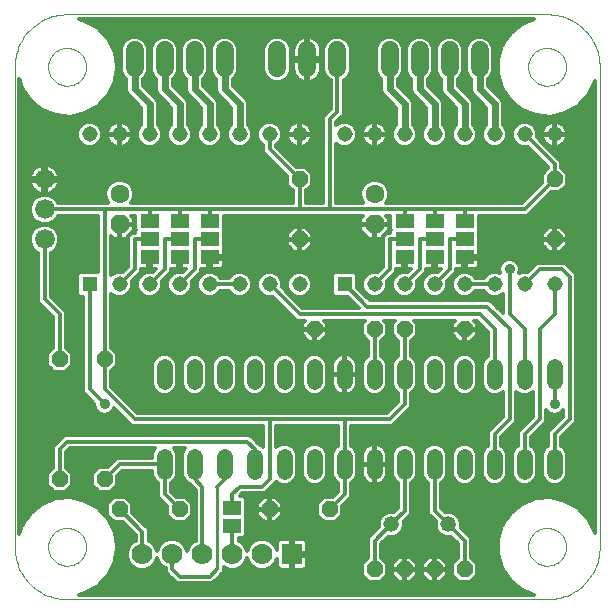
<source format=gbl>
G75*
G70*
%OFA0B0*%
%FSLAX24Y24*%
%IPPOS*%
%LPD*%
%AMOC8*
5,1,8,0,0,1.08239X$1,22.5*
%
%ADD10C,0.0000*%
%ADD11C,0.0520*%
%ADD12R,0.0515X0.0515*%
%ADD13C,0.0515*%
%ADD14C,0.0594*%
%ADD15OC8,0.0520*%
%ADD16OC8,0.0630*%
%ADD17C,0.0630*%
%ADD18C,0.0520*%
%ADD19R,0.0630X0.0460*%
%ADD20R,0.0700X0.0700*%
%ADD21C,0.0700*%
%ADD22C,0.0660*%
%ADD23C,0.0120*%
%ADD24C,0.0357*%
%ADD25C,0.0240*%
%ADD26C,0.0100*%
D10*
X000665Y002415D02*
X000665Y018415D01*
X001785Y018415D02*
X001787Y018465D01*
X001793Y018515D01*
X001803Y018564D01*
X001817Y018612D01*
X001834Y018659D01*
X001855Y018704D01*
X001880Y018748D01*
X001908Y018789D01*
X001940Y018828D01*
X001974Y018865D01*
X002011Y018899D01*
X002051Y018929D01*
X002093Y018956D01*
X002137Y018980D01*
X002183Y019001D01*
X002230Y019017D01*
X002278Y019030D01*
X002328Y019039D01*
X002377Y019044D01*
X002428Y019045D01*
X002478Y019042D01*
X002527Y019035D01*
X002576Y019024D01*
X002624Y019009D01*
X002670Y018991D01*
X002715Y018969D01*
X002758Y018943D01*
X002799Y018914D01*
X002838Y018882D01*
X002874Y018847D01*
X002906Y018809D01*
X002936Y018769D01*
X002963Y018726D01*
X002986Y018682D01*
X003005Y018636D01*
X003021Y018588D01*
X003033Y018539D01*
X003041Y018490D01*
X003045Y018440D01*
X003045Y018390D01*
X003041Y018340D01*
X003033Y018291D01*
X003021Y018242D01*
X003005Y018194D01*
X002986Y018148D01*
X002963Y018104D01*
X002936Y018061D01*
X002906Y018021D01*
X002874Y017983D01*
X002838Y017948D01*
X002799Y017916D01*
X002758Y017887D01*
X002715Y017861D01*
X002670Y017839D01*
X002624Y017821D01*
X002576Y017806D01*
X002527Y017795D01*
X002478Y017788D01*
X002428Y017785D01*
X002377Y017786D01*
X002328Y017791D01*
X002278Y017800D01*
X002230Y017813D01*
X002183Y017829D01*
X002137Y017850D01*
X002093Y017874D01*
X002051Y017901D01*
X002011Y017931D01*
X001974Y017965D01*
X001940Y018002D01*
X001908Y018041D01*
X001880Y018082D01*
X001855Y018126D01*
X001834Y018171D01*
X001817Y018218D01*
X001803Y018266D01*
X001793Y018315D01*
X001787Y018365D01*
X001785Y018415D01*
X000665Y018415D02*
X000667Y018498D01*
X000673Y018581D01*
X000683Y018664D01*
X000697Y018746D01*
X000714Y018828D01*
X000736Y018908D01*
X000761Y018987D01*
X000790Y019065D01*
X000823Y019142D01*
X000860Y019217D01*
X000899Y019290D01*
X000943Y019361D01*
X000989Y019430D01*
X001039Y019497D01*
X001092Y019561D01*
X001148Y019623D01*
X001207Y019682D01*
X001269Y019738D01*
X001333Y019791D01*
X001400Y019841D01*
X001469Y019887D01*
X001540Y019931D01*
X001613Y019970D01*
X001688Y020007D01*
X001765Y020040D01*
X001843Y020069D01*
X001922Y020094D01*
X002002Y020116D01*
X002084Y020133D01*
X002166Y020147D01*
X002249Y020157D01*
X002332Y020163D01*
X002415Y020165D01*
X018415Y020165D01*
X017785Y018415D02*
X017787Y018465D01*
X017793Y018515D01*
X017803Y018564D01*
X017817Y018612D01*
X017834Y018659D01*
X017855Y018704D01*
X017880Y018748D01*
X017908Y018789D01*
X017940Y018828D01*
X017974Y018865D01*
X018011Y018899D01*
X018051Y018929D01*
X018093Y018956D01*
X018137Y018980D01*
X018183Y019001D01*
X018230Y019017D01*
X018278Y019030D01*
X018328Y019039D01*
X018377Y019044D01*
X018428Y019045D01*
X018478Y019042D01*
X018527Y019035D01*
X018576Y019024D01*
X018624Y019009D01*
X018670Y018991D01*
X018715Y018969D01*
X018758Y018943D01*
X018799Y018914D01*
X018838Y018882D01*
X018874Y018847D01*
X018906Y018809D01*
X018936Y018769D01*
X018963Y018726D01*
X018986Y018682D01*
X019005Y018636D01*
X019021Y018588D01*
X019033Y018539D01*
X019041Y018490D01*
X019045Y018440D01*
X019045Y018390D01*
X019041Y018340D01*
X019033Y018291D01*
X019021Y018242D01*
X019005Y018194D01*
X018986Y018148D01*
X018963Y018104D01*
X018936Y018061D01*
X018906Y018021D01*
X018874Y017983D01*
X018838Y017948D01*
X018799Y017916D01*
X018758Y017887D01*
X018715Y017861D01*
X018670Y017839D01*
X018624Y017821D01*
X018576Y017806D01*
X018527Y017795D01*
X018478Y017788D01*
X018428Y017785D01*
X018377Y017786D01*
X018328Y017791D01*
X018278Y017800D01*
X018230Y017813D01*
X018183Y017829D01*
X018137Y017850D01*
X018093Y017874D01*
X018051Y017901D01*
X018011Y017931D01*
X017974Y017965D01*
X017940Y018002D01*
X017908Y018041D01*
X017880Y018082D01*
X017855Y018126D01*
X017834Y018171D01*
X017817Y018218D01*
X017803Y018266D01*
X017793Y018315D01*
X017787Y018365D01*
X017785Y018415D01*
X018415Y020165D02*
X018498Y020163D01*
X018581Y020157D01*
X018664Y020147D01*
X018746Y020133D01*
X018828Y020116D01*
X018908Y020094D01*
X018987Y020069D01*
X019065Y020040D01*
X019142Y020007D01*
X019217Y019970D01*
X019290Y019931D01*
X019361Y019887D01*
X019430Y019841D01*
X019497Y019791D01*
X019561Y019738D01*
X019623Y019682D01*
X019682Y019623D01*
X019738Y019561D01*
X019791Y019497D01*
X019841Y019430D01*
X019887Y019361D01*
X019931Y019290D01*
X019970Y019217D01*
X020007Y019142D01*
X020040Y019065D01*
X020069Y018987D01*
X020094Y018908D01*
X020116Y018828D01*
X020133Y018746D01*
X020147Y018664D01*
X020157Y018581D01*
X020163Y018498D01*
X020165Y018415D01*
X020165Y002415D01*
X017785Y002415D02*
X017787Y002465D01*
X017793Y002515D01*
X017803Y002564D01*
X017817Y002612D01*
X017834Y002659D01*
X017855Y002704D01*
X017880Y002748D01*
X017908Y002789D01*
X017940Y002828D01*
X017974Y002865D01*
X018011Y002899D01*
X018051Y002929D01*
X018093Y002956D01*
X018137Y002980D01*
X018183Y003001D01*
X018230Y003017D01*
X018278Y003030D01*
X018328Y003039D01*
X018377Y003044D01*
X018428Y003045D01*
X018478Y003042D01*
X018527Y003035D01*
X018576Y003024D01*
X018624Y003009D01*
X018670Y002991D01*
X018715Y002969D01*
X018758Y002943D01*
X018799Y002914D01*
X018838Y002882D01*
X018874Y002847D01*
X018906Y002809D01*
X018936Y002769D01*
X018963Y002726D01*
X018986Y002682D01*
X019005Y002636D01*
X019021Y002588D01*
X019033Y002539D01*
X019041Y002490D01*
X019045Y002440D01*
X019045Y002390D01*
X019041Y002340D01*
X019033Y002291D01*
X019021Y002242D01*
X019005Y002194D01*
X018986Y002148D01*
X018963Y002104D01*
X018936Y002061D01*
X018906Y002021D01*
X018874Y001983D01*
X018838Y001948D01*
X018799Y001916D01*
X018758Y001887D01*
X018715Y001861D01*
X018670Y001839D01*
X018624Y001821D01*
X018576Y001806D01*
X018527Y001795D01*
X018478Y001788D01*
X018428Y001785D01*
X018377Y001786D01*
X018328Y001791D01*
X018278Y001800D01*
X018230Y001813D01*
X018183Y001829D01*
X018137Y001850D01*
X018093Y001874D01*
X018051Y001901D01*
X018011Y001931D01*
X017974Y001965D01*
X017940Y002002D01*
X017908Y002041D01*
X017880Y002082D01*
X017855Y002126D01*
X017834Y002171D01*
X017817Y002218D01*
X017803Y002266D01*
X017793Y002315D01*
X017787Y002365D01*
X017785Y002415D01*
X018415Y000665D02*
X018498Y000667D01*
X018581Y000673D01*
X018664Y000683D01*
X018746Y000697D01*
X018828Y000714D01*
X018908Y000736D01*
X018987Y000761D01*
X019065Y000790D01*
X019142Y000823D01*
X019217Y000860D01*
X019290Y000899D01*
X019361Y000943D01*
X019430Y000989D01*
X019497Y001039D01*
X019561Y001092D01*
X019623Y001148D01*
X019682Y001207D01*
X019738Y001269D01*
X019791Y001333D01*
X019841Y001400D01*
X019887Y001469D01*
X019931Y001540D01*
X019970Y001613D01*
X020007Y001688D01*
X020040Y001765D01*
X020069Y001843D01*
X020094Y001922D01*
X020116Y002002D01*
X020133Y002084D01*
X020147Y002166D01*
X020157Y002249D01*
X020163Y002332D01*
X020165Y002415D01*
X018415Y000665D02*
X002415Y000665D01*
X001785Y002415D02*
X001787Y002465D01*
X001793Y002515D01*
X001803Y002564D01*
X001817Y002612D01*
X001834Y002659D01*
X001855Y002704D01*
X001880Y002748D01*
X001908Y002789D01*
X001940Y002828D01*
X001974Y002865D01*
X002011Y002899D01*
X002051Y002929D01*
X002093Y002956D01*
X002137Y002980D01*
X002183Y003001D01*
X002230Y003017D01*
X002278Y003030D01*
X002328Y003039D01*
X002377Y003044D01*
X002428Y003045D01*
X002478Y003042D01*
X002527Y003035D01*
X002576Y003024D01*
X002624Y003009D01*
X002670Y002991D01*
X002715Y002969D01*
X002758Y002943D01*
X002799Y002914D01*
X002838Y002882D01*
X002874Y002847D01*
X002906Y002809D01*
X002936Y002769D01*
X002963Y002726D01*
X002986Y002682D01*
X003005Y002636D01*
X003021Y002588D01*
X003033Y002539D01*
X003041Y002490D01*
X003045Y002440D01*
X003045Y002390D01*
X003041Y002340D01*
X003033Y002291D01*
X003021Y002242D01*
X003005Y002194D01*
X002986Y002148D01*
X002963Y002104D01*
X002936Y002061D01*
X002906Y002021D01*
X002874Y001983D01*
X002838Y001948D01*
X002799Y001916D01*
X002758Y001887D01*
X002715Y001861D01*
X002670Y001839D01*
X002624Y001821D01*
X002576Y001806D01*
X002527Y001795D01*
X002478Y001788D01*
X002428Y001785D01*
X002377Y001786D01*
X002328Y001791D01*
X002278Y001800D01*
X002230Y001813D01*
X002183Y001829D01*
X002137Y001850D01*
X002093Y001874D01*
X002051Y001901D01*
X002011Y001931D01*
X001974Y001965D01*
X001940Y002002D01*
X001908Y002041D01*
X001880Y002082D01*
X001855Y002126D01*
X001834Y002171D01*
X001817Y002218D01*
X001803Y002266D01*
X001793Y002315D01*
X001787Y002365D01*
X001785Y002415D01*
X000665Y002415D02*
X000667Y002332D01*
X000673Y002249D01*
X000683Y002166D01*
X000697Y002084D01*
X000714Y002002D01*
X000736Y001922D01*
X000761Y001843D01*
X000790Y001765D01*
X000823Y001688D01*
X000860Y001613D01*
X000899Y001540D01*
X000943Y001469D01*
X000989Y001400D01*
X001039Y001333D01*
X001092Y001269D01*
X001148Y001207D01*
X001207Y001148D01*
X001269Y001092D01*
X001333Y001039D01*
X001400Y000989D01*
X001469Y000943D01*
X001540Y000899D01*
X001613Y000860D01*
X001688Y000823D01*
X001765Y000790D01*
X001843Y000761D01*
X001922Y000736D01*
X002002Y000714D01*
X002084Y000697D01*
X002166Y000683D01*
X002249Y000673D01*
X002332Y000667D01*
X002415Y000665D01*
D11*
X005665Y004905D02*
X005665Y005425D01*
X006665Y005425D02*
X006665Y004905D01*
X007665Y004905D02*
X007665Y005425D01*
X008665Y005425D02*
X008665Y004905D01*
X009665Y004905D02*
X009665Y005425D01*
X010665Y005425D02*
X010665Y004905D01*
X011665Y004905D02*
X011665Y005425D01*
X012665Y005425D02*
X012665Y004905D01*
X013665Y004905D02*
X013665Y005425D01*
X014665Y005425D02*
X014665Y004905D01*
X015665Y004905D02*
X015665Y005425D01*
X016665Y005425D02*
X016665Y004905D01*
X017665Y004905D02*
X017665Y005425D01*
X018665Y005425D02*
X018665Y004905D01*
X018665Y007905D02*
X018665Y008425D01*
X017665Y008425D02*
X017665Y007905D01*
X016665Y007905D02*
X016665Y008425D01*
X015665Y008425D02*
X015665Y007905D01*
X014665Y007905D02*
X014665Y008425D01*
X013665Y008425D02*
X013665Y007905D01*
X012665Y007905D02*
X012665Y008425D01*
X011665Y008425D02*
X011665Y007905D01*
X010665Y007905D02*
X010665Y008425D01*
X009665Y008425D02*
X009665Y007905D01*
X008665Y007905D02*
X008665Y008425D01*
X007665Y008425D02*
X007665Y007905D01*
X006665Y007905D02*
X006665Y008425D01*
X005665Y008425D02*
X005665Y007905D01*
D12*
X003165Y011165D03*
X011665Y011165D03*
D13*
X012665Y011165D03*
X013665Y011165D03*
X014665Y011165D03*
X015665Y011165D03*
X016665Y011165D03*
X017665Y011165D03*
X018665Y011165D03*
X018665Y016165D03*
X017665Y016165D03*
X016665Y016165D03*
X015665Y016165D03*
X014665Y016165D03*
X013665Y016165D03*
X012665Y016165D03*
X011665Y016165D03*
X010165Y016165D03*
X009165Y016165D03*
X008165Y016165D03*
X007165Y016165D03*
X006165Y016165D03*
X005165Y016165D03*
X004165Y016165D03*
X003165Y016165D03*
X004165Y011165D03*
X005165Y011165D03*
X006165Y011165D03*
X007165Y011165D03*
X008165Y011165D03*
X009165Y011165D03*
X010165Y011165D03*
D14*
X010415Y018368D02*
X010415Y018962D01*
X009415Y018962D02*
X009415Y018368D01*
X007665Y018368D02*
X007665Y018962D01*
X006665Y018962D02*
X006665Y018368D01*
X005665Y018368D02*
X005665Y018962D01*
X004665Y018962D02*
X004665Y018368D01*
X011415Y018368D02*
X011415Y018962D01*
X013165Y018962D02*
X013165Y018368D01*
X014165Y018368D02*
X014165Y018962D01*
X015165Y018962D02*
X015165Y018368D01*
X016165Y018368D02*
X016165Y018962D01*
D15*
X018665Y014665D03*
X018665Y012665D03*
X015665Y009665D03*
X013665Y009665D03*
X012665Y009665D03*
X010665Y009665D03*
X010165Y012665D03*
X010165Y014665D03*
X003665Y008665D03*
X002165Y008665D03*
X002165Y004665D03*
X003665Y004665D03*
X004165Y003665D03*
X006165Y003665D03*
X009165Y003665D03*
X011165Y003665D03*
X012665Y001665D03*
X013665Y001665D03*
X014665Y001665D03*
X015665Y001665D03*
D16*
X012665Y013165D03*
X004165Y013165D03*
D17*
X004165Y014165D03*
X012665Y014165D03*
D18*
X013215Y003165D03*
X015115Y003165D03*
D19*
X007915Y003115D03*
X007915Y003715D03*
X007165Y012065D03*
X007165Y012665D03*
X007165Y013265D03*
X006165Y013265D03*
X006165Y012665D03*
X006165Y012065D03*
X005165Y012065D03*
X005165Y012665D03*
X005165Y013265D03*
X013665Y013265D03*
X013665Y012665D03*
X013665Y012065D03*
X014665Y012065D03*
X014665Y012665D03*
X014665Y013265D03*
X015665Y013265D03*
X015665Y012665D03*
X015665Y012065D03*
D20*
X009915Y002165D03*
D21*
X008915Y002165D03*
X007915Y002165D03*
X006915Y002165D03*
X005915Y002165D03*
X004915Y002165D03*
D22*
X001665Y012665D03*
X001665Y013665D03*
X001665Y014665D03*
D23*
X001626Y014653D02*
X000825Y014653D01*
X000825Y014535D02*
X001192Y014535D01*
X001187Y014550D02*
X001211Y014477D01*
X001246Y014408D01*
X001291Y014346D01*
X001346Y014291D01*
X001408Y014246D01*
X001477Y014211D01*
X001550Y014187D01*
X001627Y014175D01*
X001627Y014626D01*
X001704Y014626D01*
X001704Y014175D01*
X001780Y014187D01*
X001853Y014211D01*
X001922Y014246D01*
X001984Y014291D01*
X002039Y014346D01*
X002084Y014408D01*
X002119Y014477D01*
X002143Y014550D01*
X002155Y014627D01*
X001704Y014627D01*
X001704Y014704D01*
X001627Y014704D01*
X001627Y015155D01*
X001627Y015155D01*
X001550Y015143D01*
X001477Y015119D01*
X001408Y015084D01*
X001346Y015039D01*
X001291Y014984D01*
X001246Y014922D01*
X001211Y014853D01*
X001187Y014780D01*
X001175Y014704D01*
X001175Y014704D01*
X001626Y014704D01*
X001626Y014627D01*
X001175Y014627D01*
X001175Y014627D01*
X001187Y014550D01*
X001242Y014416D02*
X000825Y014416D01*
X000825Y014298D02*
X001340Y014298D01*
X001388Y014081D02*
X001250Y013943D01*
X001175Y013763D01*
X001175Y013568D01*
X001250Y013388D01*
X001388Y013250D01*
X001568Y013175D01*
X001763Y013175D01*
X001943Y013250D01*
X002081Y013388D01*
X002104Y013445D01*
X003445Y013445D01*
X003445Y011583D01*
X002841Y011583D01*
X002748Y011489D01*
X002748Y010841D01*
X002841Y010748D01*
X002945Y010748D01*
X002945Y007574D01*
X003074Y007445D01*
X003327Y007192D01*
X003327Y007098D01*
X003378Y006973D01*
X003473Y006878D01*
X003598Y006827D01*
X003733Y006827D01*
X003857Y006878D01*
X003952Y006973D01*
X003979Y007040D01*
X004574Y006445D01*
X004756Y006445D01*
X008945Y006445D01*
X008945Y005739D01*
X008903Y005781D01*
X008830Y005811D01*
X008635Y006006D01*
X008506Y006135D01*
X002506Y006135D01*
X002324Y006135D01*
X002074Y005885D01*
X001945Y005756D01*
X001945Y005039D01*
X001745Y004839D01*
X001745Y004491D01*
X001991Y004245D01*
X002339Y004245D01*
X002585Y004491D01*
X002585Y004839D01*
X002385Y005039D01*
X002385Y005574D01*
X002506Y005695D01*
X005341Y005695D01*
X005309Y005663D01*
X005245Y005509D01*
X005245Y005385D01*
X004256Y005385D01*
X004074Y005385D01*
X003774Y005085D01*
X003491Y005085D01*
X003245Y004839D01*
X003245Y004491D01*
X003491Y004245D01*
X003839Y004245D01*
X004085Y004491D01*
X004085Y004774D01*
X004256Y004945D01*
X005245Y004945D01*
X005245Y004822D01*
X005309Y004667D01*
X005427Y004549D01*
X005445Y004542D01*
X005445Y004256D01*
X005445Y004074D01*
X005745Y003774D01*
X005745Y003491D01*
X005991Y003245D01*
X006339Y003245D01*
X006585Y003491D01*
X006585Y003839D01*
X006339Y004085D01*
X006056Y004085D01*
X005885Y004256D01*
X005885Y004542D01*
X005903Y004549D01*
X006021Y004667D01*
X006085Y004822D01*
X006085Y005509D01*
X006021Y005663D01*
X005989Y005695D01*
X006341Y005695D01*
X006309Y005663D01*
X006245Y005509D01*
X006245Y004822D01*
X006309Y004667D01*
X006427Y004549D01*
X006500Y004519D01*
X006574Y004445D01*
X006695Y004324D01*
X006695Y002626D01*
X006626Y002598D01*
X006483Y002454D01*
X006415Y002291D01*
X006348Y002454D01*
X006204Y002598D01*
X006017Y002675D01*
X005814Y002675D01*
X005626Y002598D01*
X005483Y002454D01*
X005415Y002291D01*
X005348Y002454D01*
X005204Y002598D01*
X005135Y002626D01*
X005135Y002824D01*
X005135Y003006D01*
X004585Y003556D01*
X004585Y003839D01*
X004339Y004085D01*
X003991Y004085D01*
X003745Y003839D01*
X003745Y003491D01*
X003991Y003245D01*
X004274Y003245D01*
X004695Y002824D01*
X004695Y002626D01*
X004626Y002598D01*
X004483Y002454D01*
X004405Y002267D01*
X004405Y002064D01*
X004483Y001876D01*
X004626Y001733D01*
X004814Y001655D01*
X005017Y001655D01*
X005204Y001733D01*
X005348Y001876D01*
X005415Y002040D01*
X005483Y001876D01*
X005626Y001733D01*
X005695Y001704D01*
X005695Y001574D01*
X005824Y001445D01*
X006074Y001195D01*
X006256Y001195D01*
X007256Y001195D01*
X007385Y001324D01*
X007635Y001574D01*
X007635Y001729D01*
X007814Y001655D01*
X008017Y001655D01*
X008204Y001733D01*
X008348Y001876D01*
X008415Y002040D01*
X008483Y001876D01*
X008626Y001733D01*
X008814Y001655D01*
X009017Y001655D01*
X009204Y001733D01*
X009348Y001876D01*
X009405Y002016D01*
X009405Y001794D01*
X009416Y001753D01*
X009437Y001717D01*
X009467Y001687D01*
X009503Y001666D01*
X009544Y001655D01*
X009877Y001655D01*
X009877Y002126D01*
X009954Y002126D01*
X009954Y001655D01*
X010286Y001655D01*
X010327Y001666D01*
X010363Y001687D01*
X010393Y001717D01*
X010414Y001753D01*
X010425Y001794D01*
X010425Y002127D01*
X009954Y002127D01*
X009954Y002204D01*
X009877Y002204D01*
X009877Y002675D01*
X009544Y002675D01*
X009503Y002664D01*
X009467Y002643D01*
X009437Y002613D01*
X009416Y002577D01*
X009405Y002536D01*
X009405Y002315D01*
X009348Y002454D01*
X009204Y002598D01*
X009017Y002675D01*
X008814Y002675D01*
X008626Y002598D01*
X008483Y002454D01*
X008415Y002291D01*
X008348Y002454D01*
X008204Y002598D01*
X008135Y002626D01*
X008135Y002725D01*
X008296Y002725D01*
X008390Y002819D01*
X008390Y003411D01*
X008386Y003415D01*
X008390Y003419D01*
X008390Y004011D01*
X008296Y004105D01*
X008166Y004105D01*
X008256Y004195D01*
X008824Y004195D01*
X009006Y004195D01*
X009256Y004445D01*
X009385Y004574D01*
X009385Y004591D01*
X009427Y004549D01*
X009582Y004485D01*
X009749Y004485D01*
X009903Y004549D01*
X010021Y004667D01*
X010085Y004822D01*
X010085Y005509D01*
X010021Y005663D01*
X009903Y005781D01*
X009749Y005845D01*
X009582Y005845D01*
X009427Y005781D01*
X009385Y005739D01*
X009385Y006445D01*
X011445Y006445D01*
X011445Y005789D01*
X011427Y005781D01*
X011309Y005663D01*
X011245Y005509D01*
X011245Y004822D01*
X011309Y004667D01*
X011427Y004549D01*
X011445Y004542D01*
X011445Y004256D01*
X011274Y004085D01*
X010991Y004085D01*
X010745Y003839D01*
X010745Y003491D01*
X010991Y003245D01*
X011339Y003245D01*
X011585Y003491D01*
X011585Y003774D01*
X011756Y003945D01*
X011885Y004074D01*
X011885Y004542D01*
X011903Y004549D01*
X012021Y004667D01*
X012085Y004822D01*
X012085Y005509D01*
X012021Y005663D01*
X011903Y005781D01*
X011885Y005789D01*
X011885Y006445D01*
X013074Y006445D01*
X013256Y006445D01*
X013756Y006945D01*
X013885Y007074D01*
X013885Y007542D01*
X013903Y007549D01*
X014021Y007667D01*
X014085Y007822D01*
X014085Y008509D01*
X014021Y008663D01*
X013903Y008781D01*
X013885Y008789D01*
X013885Y009291D01*
X014085Y009491D01*
X014085Y009839D01*
X013979Y009945D01*
X015351Y009945D01*
X015245Y009839D01*
X015245Y009685D01*
X015645Y009685D01*
X015645Y009645D01*
X015685Y009645D01*
X015685Y009245D01*
X015839Y009245D01*
X016085Y009491D01*
X016085Y009645D01*
X015685Y009645D01*
X015685Y009685D01*
X016085Y009685D01*
X016085Y009839D01*
X015979Y009945D01*
X016074Y009945D01*
X016445Y009574D01*
X016445Y008789D01*
X016427Y008781D01*
X016309Y008663D01*
X016245Y008509D01*
X016245Y007822D01*
X016309Y007667D01*
X016427Y007549D01*
X016582Y007485D01*
X016749Y007485D01*
X016903Y007549D01*
X016945Y007591D01*
X016945Y006756D01*
X016445Y006256D01*
X016445Y006074D01*
X016445Y005789D01*
X016427Y005781D01*
X016309Y005663D01*
X016245Y005509D01*
X016245Y004822D01*
X016309Y004667D01*
X016427Y004549D01*
X016582Y004485D01*
X016749Y004485D01*
X016903Y004549D01*
X017021Y004667D01*
X017085Y004822D01*
X017085Y005509D01*
X017021Y005663D01*
X016903Y005781D01*
X016885Y005789D01*
X016885Y006074D01*
X017256Y006445D01*
X017385Y006574D01*
X017385Y007591D01*
X017427Y007549D01*
X017582Y007485D01*
X017749Y007485D01*
X017903Y007549D01*
X017945Y007591D01*
X017945Y006756D01*
X017445Y006256D01*
X017445Y006074D01*
X017445Y005789D01*
X017427Y005781D01*
X017309Y005663D01*
X017245Y005509D01*
X017245Y004822D01*
X017309Y004667D01*
X017427Y004549D01*
X017582Y004485D01*
X017749Y004485D01*
X017903Y004549D01*
X018021Y004667D01*
X018085Y004822D01*
X018085Y005509D01*
X018021Y005663D01*
X017903Y005781D01*
X017885Y005789D01*
X017885Y006074D01*
X018256Y006445D01*
X018385Y006574D01*
X018385Y006967D01*
X018473Y006878D01*
X018598Y006827D01*
X018733Y006827D01*
X018857Y006878D01*
X018945Y006967D01*
X018945Y006756D01*
X018574Y006385D01*
X018445Y006256D01*
X018445Y005789D01*
X018427Y005781D01*
X018309Y005663D01*
X018245Y005509D01*
X018245Y004822D01*
X018309Y004667D01*
X018427Y004549D01*
X018582Y004485D01*
X018749Y004485D01*
X018903Y004549D01*
X019021Y004667D01*
X019085Y004822D01*
X019085Y005509D01*
X019021Y005663D01*
X018903Y005781D01*
X018885Y005789D01*
X018885Y006074D01*
X019385Y006574D01*
X019385Y006756D01*
X019385Y011506D01*
X019256Y011635D01*
X019006Y011885D01*
X018824Y011885D01*
X018074Y011885D01*
X017945Y011756D01*
X017765Y011576D01*
X017748Y011583D01*
X017582Y011583D01*
X017480Y011540D01*
X017504Y011598D01*
X017504Y011733D01*
X017452Y011857D01*
X017357Y011952D01*
X017233Y012004D01*
X017098Y012004D01*
X016973Y011952D01*
X016878Y011857D01*
X016827Y011733D01*
X016827Y011598D01*
X016851Y011540D01*
X016748Y011583D01*
X016582Y011583D01*
X016429Y011519D01*
X016311Y011402D01*
X016304Y011385D01*
X016026Y011385D01*
X016019Y011402D01*
X015902Y011519D01*
X015748Y011583D01*
X015582Y011583D01*
X015429Y011519D01*
X015311Y011402D01*
X015248Y011248D01*
X015248Y011082D01*
X015311Y010929D01*
X015429Y010811D01*
X015582Y010748D01*
X015748Y010748D01*
X015902Y010811D01*
X016019Y010929D01*
X016026Y010945D01*
X016304Y010945D01*
X016311Y010929D01*
X016429Y010811D01*
X016582Y010748D01*
X016748Y010748D01*
X016902Y010811D01*
X016945Y010855D01*
X016945Y010256D01*
X016945Y010196D01*
X016635Y010506D01*
X016506Y010635D01*
X012506Y010635D01*
X012083Y011059D01*
X012083Y011489D01*
X011989Y011583D01*
X011341Y011583D01*
X011248Y011489D01*
X011248Y010841D01*
X011341Y010748D01*
X011772Y010748D01*
X012134Y010385D01*
X010256Y010385D01*
X009576Y011066D01*
X009583Y011082D01*
X009583Y011248D01*
X009519Y011402D01*
X009402Y011519D01*
X009248Y011583D01*
X009082Y011583D01*
X008929Y011519D01*
X008811Y011402D01*
X008748Y011248D01*
X008748Y011082D01*
X008811Y010929D01*
X008929Y010811D01*
X009082Y010748D01*
X009248Y010748D01*
X009265Y010755D01*
X010074Y009945D01*
X010256Y009945D01*
X010351Y009945D01*
X010245Y009839D01*
X010245Y009685D01*
X010645Y009685D01*
X010645Y009645D01*
X010685Y009645D01*
X010685Y009245D01*
X010839Y009245D01*
X011085Y009491D01*
X011085Y009645D01*
X010685Y009645D01*
X010685Y009685D01*
X011085Y009685D01*
X011085Y009839D01*
X010979Y009945D01*
X012351Y009945D01*
X012245Y009839D01*
X012245Y009491D01*
X012445Y009291D01*
X012445Y008789D01*
X012427Y008781D01*
X012309Y008663D01*
X012245Y008509D01*
X012245Y007822D01*
X012309Y007667D01*
X012427Y007549D01*
X012582Y007485D01*
X012749Y007485D01*
X012903Y007549D01*
X013021Y007667D01*
X013085Y007822D01*
X013085Y008509D01*
X013021Y008663D01*
X012903Y008781D01*
X012885Y008789D01*
X012885Y009291D01*
X013085Y009491D01*
X013085Y009839D01*
X012979Y009945D01*
X013351Y009945D01*
X013245Y009839D01*
X013245Y009491D01*
X013445Y009291D01*
X013445Y008789D01*
X013427Y008781D01*
X013309Y008663D01*
X013245Y008509D01*
X013245Y007822D01*
X013309Y007667D01*
X013427Y007549D01*
X013445Y007542D01*
X013445Y007256D01*
X013074Y006885D01*
X011574Y006885D01*
X009074Y006885D01*
X004756Y006885D01*
X003885Y007756D01*
X003885Y008291D01*
X004085Y008491D01*
X004085Y008839D01*
X003885Y009039D01*
X003885Y010855D01*
X003929Y010811D01*
X004082Y010748D01*
X004248Y010748D01*
X004402Y010811D01*
X004519Y010929D01*
X004583Y011082D01*
X004583Y011248D01*
X004576Y011265D01*
X004885Y011574D01*
X004885Y011675D01*
X005110Y011675D01*
X005110Y012010D01*
X005220Y012010D01*
X005220Y011675D01*
X005364Y011675D01*
X005265Y011576D01*
X005248Y011583D01*
X005082Y011583D01*
X004929Y011519D01*
X004811Y011402D01*
X004748Y011248D01*
X004748Y011082D01*
X004811Y010929D01*
X004929Y010811D01*
X005082Y010748D01*
X005248Y010748D01*
X005402Y010811D01*
X005519Y010929D01*
X005583Y011082D01*
X005583Y011248D01*
X005576Y011265D01*
X005885Y011574D01*
X005885Y011675D01*
X006110Y011675D01*
X006110Y012010D01*
X006220Y012010D01*
X006220Y011675D01*
X006364Y011675D01*
X006265Y011576D01*
X006248Y011583D01*
X006082Y011583D01*
X005929Y011519D01*
X005811Y011402D01*
X005748Y011248D01*
X005748Y011082D01*
X005811Y010929D01*
X005929Y010811D01*
X006082Y010748D01*
X006248Y010748D01*
X006402Y010811D01*
X006519Y010929D01*
X006583Y011082D01*
X006583Y011248D01*
X006576Y011265D01*
X006885Y011574D01*
X006885Y011675D01*
X007110Y011675D01*
X007110Y012010D01*
X007220Y012010D01*
X007220Y011675D01*
X007501Y011675D01*
X007542Y011686D01*
X007578Y011707D01*
X007608Y011737D01*
X007629Y011773D01*
X007640Y011814D01*
X007640Y012010D01*
X007220Y012010D01*
X007220Y012120D01*
X007640Y012120D01*
X007640Y012316D01*
X007629Y012357D01*
X007629Y012358D01*
X007640Y012369D01*
X007640Y012961D01*
X007636Y012965D01*
X007640Y012969D01*
X007640Y013445D01*
X010256Y013445D01*
X011074Y013445D01*
X012274Y013445D01*
X012190Y013362D01*
X012190Y013185D01*
X012645Y013185D01*
X012645Y013145D01*
X012685Y013145D01*
X012685Y012690D01*
X012862Y012690D01*
X013140Y012968D01*
X013140Y013145D01*
X012685Y013145D01*
X012685Y013185D01*
X013140Y013185D01*
X013140Y013362D01*
X013057Y013445D01*
X013190Y013445D01*
X013190Y012969D01*
X013194Y012965D01*
X013190Y012961D01*
X013190Y012885D01*
X013074Y012885D01*
X012945Y012756D01*
X012945Y011756D01*
X012765Y011576D01*
X012748Y011583D01*
X012582Y011583D01*
X012429Y011519D01*
X012311Y011402D01*
X012248Y011248D01*
X012248Y011082D01*
X012311Y010929D01*
X012429Y010811D01*
X012582Y010748D01*
X012748Y010748D01*
X012902Y010811D01*
X013019Y010929D01*
X013083Y011082D01*
X013083Y011248D01*
X013076Y011265D01*
X013385Y011574D01*
X013385Y011675D01*
X013610Y011675D01*
X013610Y012010D01*
X013720Y012010D01*
X013720Y011675D01*
X013864Y011675D01*
X013765Y011576D01*
X013748Y011583D01*
X013582Y011583D01*
X013429Y011519D01*
X013311Y011402D01*
X013248Y011248D01*
X013248Y011082D01*
X013311Y010929D01*
X013429Y010811D01*
X013582Y010748D01*
X013748Y010748D01*
X013902Y010811D01*
X014019Y010929D01*
X014083Y011082D01*
X014083Y011248D01*
X014076Y011265D01*
X014385Y011574D01*
X014385Y011675D01*
X014610Y011675D01*
X014610Y012010D01*
X014720Y012010D01*
X014720Y011675D01*
X014864Y011675D01*
X014765Y011576D01*
X014748Y011583D01*
X014582Y011583D01*
X014429Y011519D01*
X014311Y011402D01*
X014248Y011248D01*
X014248Y011082D01*
X014311Y010929D01*
X014429Y010811D01*
X014582Y010748D01*
X014748Y010748D01*
X014902Y010811D01*
X015019Y010929D01*
X015083Y011082D01*
X015083Y011248D01*
X015076Y011265D01*
X015385Y011574D01*
X015385Y011675D01*
X015610Y011675D01*
X015610Y012010D01*
X015720Y012010D01*
X015720Y011675D01*
X016001Y011675D01*
X016042Y011686D01*
X016078Y011707D01*
X016108Y011737D01*
X016129Y011773D01*
X016140Y011814D01*
X016140Y012010D01*
X015720Y012010D01*
X015720Y012120D01*
X016140Y012120D01*
X016140Y012316D01*
X016129Y012357D01*
X016129Y012358D01*
X016140Y012369D01*
X016140Y012961D01*
X016136Y012965D01*
X016140Y012969D01*
X016140Y013445D01*
X017574Y013445D01*
X017756Y013445D01*
X018556Y014245D01*
X018839Y014245D01*
X019085Y014491D01*
X019085Y014839D01*
X018885Y015039D01*
X018885Y015074D01*
X018885Y015256D01*
X018076Y016066D01*
X018083Y016082D01*
X018083Y016248D01*
X018019Y016402D01*
X017902Y016519D01*
X017748Y016583D01*
X017582Y016583D01*
X017429Y016519D01*
X017311Y016402D01*
X017248Y016248D01*
X017248Y016082D01*
X017311Y015929D01*
X017429Y015811D01*
X017582Y015748D01*
X017748Y015748D01*
X017765Y015755D01*
X018445Y015074D01*
X018445Y015039D01*
X018245Y014839D01*
X018245Y014556D01*
X017574Y013885D01*
X015756Y013885D01*
X015574Y013885D01*
X014756Y013885D01*
X014574Y013885D01*
X013756Y013885D01*
X013574Y013885D01*
X013057Y013885D01*
X013068Y013896D01*
X013140Y014071D01*
X013140Y014260D01*
X013068Y014434D01*
X012934Y014568D01*
X012760Y014640D01*
X012571Y014640D01*
X012396Y014568D01*
X012263Y014434D01*
X012190Y014260D01*
X012190Y014071D01*
X012263Y013896D01*
X012274Y013885D01*
X011385Y013885D01*
X011385Y015855D01*
X011429Y015811D01*
X011582Y015748D01*
X011748Y015748D01*
X011902Y015811D01*
X012019Y015929D01*
X012083Y016082D01*
X012083Y016248D01*
X012019Y016402D01*
X011902Y016519D01*
X011748Y016583D01*
X011582Y016583D01*
X011429Y016519D01*
X011385Y016476D01*
X011385Y016574D01*
X011635Y016824D01*
X011635Y017006D01*
X011635Y017965D01*
X011674Y017981D01*
X011802Y018110D01*
X011872Y018277D01*
X011872Y019053D01*
X011802Y019221D01*
X011674Y019349D01*
X011506Y019419D01*
X011324Y019419D01*
X011156Y019349D01*
X011028Y019221D01*
X010958Y019053D01*
X010958Y018277D01*
X011028Y018110D01*
X011156Y017981D01*
X011195Y017965D01*
X011195Y017006D01*
X011074Y016885D01*
X010945Y016756D01*
X010945Y013885D01*
X010385Y013885D01*
X010385Y014291D01*
X010585Y014491D01*
X010585Y014839D01*
X010339Y015085D01*
X010056Y015085D01*
X009385Y015756D01*
X009385Y015804D01*
X009402Y015811D01*
X009519Y015929D01*
X009583Y016082D01*
X009583Y016248D01*
X009519Y016402D01*
X009402Y016519D01*
X009248Y016583D01*
X009082Y016583D01*
X008929Y016519D01*
X008811Y016402D01*
X008748Y016248D01*
X008748Y016082D01*
X008811Y015929D01*
X008929Y015811D01*
X008945Y015804D01*
X008945Y015756D01*
X008945Y015574D01*
X009745Y014774D01*
X009745Y014491D01*
X009945Y014291D01*
X009945Y013885D01*
X007256Y013885D01*
X007074Y013885D01*
X006256Y013885D01*
X006074Y013885D01*
X005256Y013885D01*
X005074Y013885D01*
X004557Y013885D01*
X004568Y013896D01*
X004640Y014071D01*
X004640Y014260D01*
X004568Y014434D01*
X004434Y014568D01*
X004260Y014640D01*
X004071Y014640D01*
X003896Y014568D01*
X003763Y014434D01*
X003690Y014260D01*
X003690Y014071D01*
X003763Y013896D01*
X003774Y013885D01*
X003756Y013885D01*
X002104Y013885D01*
X002081Y013943D01*
X001943Y014081D01*
X001763Y014155D01*
X001568Y014155D01*
X001388Y014081D01*
X001368Y014061D02*
X000825Y014061D01*
X000825Y014179D02*
X001602Y014179D01*
X001627Y014179D02*
X001704Y014179D01*
X001704Y014175D02*
X001704Y014175D01*
X001729Y014179D02*
X003690Y014179D01*
X003694Y014061D02*
X001963Y014061D01*
X002081Y013942D02*
X003743Y013942D01*
X003665Y013665D02*
X001665Y013665D01*
X001288Y013349D02*
X000825Y013349D01*
X000825Y013231D02*
X001434Y013231D01*
X001464Y013112D02*
X000825Y013112D01*
X000825Y012994D02*
X001301Y012994D01*
X001250Y012943D02*
X001388Y013081D01*
X001568Y013155D01*
X001763Y013155D01*
X001943Y013081D01*
X002081Y012943D01*
X002155Y012763D01*
X002155Y012568D01*
X002081Y012388D01*
X001943Y012250D01*
X001885Y012226D01*
X001885Y010756D01*
X002256Y010385D01*
X002385Y010256D01*
X002385Y009039D01*
X002585Y008839D01*
X002585Y008491D01*
X002339Y008245D01*
X001991Y008245D01*
X001745Y008491D01*
X001745Y008839D01*
X001945Y009039D01*
X001945Y010074D01*
X001445Y010574D01*
X001445Y010756D01*
X001445Y012226D01*
X001388Y012250D01*
X001250Y012388D01*
X001175Y012568D01*
X001175Y012763D01*
X001250Y012943D01*
X001222Y012875D02*
X000825Y012875D01*
X000825Y012757D02*
X001175Y012757D01*
X001175Y012638D02*
X000825Y012638D01*
X000825Y012520D02*
X001195Y012520D01*
X001244Y012401D02*
X000825Y012401D01*
X000825Y012282D02*
X001355Y012282D01*
X001445Y012164D02*
X000825Y012164D01*
X000825Y012045D02*
X001445Y012045D01*
X001445Y011927D02*
X000825Y011927D01*
X000825Y011808D02*
X001445Y011808D01*
X001445Y011690D02*
X000825Y011690D01*
X000825Y011571D02*
X001445Y011571D01*
X001445Y011453D02*
X000825Y011453D01*
X000825Y011334D02*
X001445Y011334D01*
X001445Y011216D02*
X000825Y011216D01*
X000825Y011097D02*
X001445Y011097D01*
X001445Y010978D02*
X000825Y010978D01*
X000825Y010860D02*
X001445Y010860D01*
X001445Y010741D02*
X000825Y010741D01*
X000825Y010623D02*
X001445Y010623D01*
X001515Y010504D02*
X000825Y010504D01*
X000825Y010386D02*
X001634Y010386D01*
X001752Y010267D02*
X000825Y010267D01*
X000825Y010149D02*
X001871Y010149D01*
X001945Y010030D02*
X000825Y010030D01*
X000825Y009912D02*
X001945Y009912D01*
X001945Y009793D02*
X000825Y009793D01*
X000825Y009674D02*
X001945Y009674D01*
X001945Y009556D02*
X000825Y009556D01*
X000825Y009437D02*
X001945Y009437D01*
X001945Y009319D02*
X000825Y009319D01*
X000825Y009200D02*
X001945Y009200D01*
X001945Y009082D02*
X000825Y009082D01*
X000825Y008963D02*
X001869Y008963D01*
X001751Y008845D02*
X000825Y008845D01*
X000825Y008726D02*
X001745Y008726D01*
X001745Y008608D02*
X000825Y008608D01*
X000825Y008489D02*
X001747Y008489D01*
X001866Y008371D02*
X000825Y008371D01*
X000825Y008252D02*
X001984Y008252D01*
X002346Y008252D02*
X002945Y008252D01*
X002945Y008371D02*
X002464Y008371D01*
X002583Y008489D02*
X002945Y008489D01*
X002945Y008608D02*
X002585Y008608D01*
X002585Y008726D02*
X002945Y008726D01*
X002945Y008845D02*
X002580Y008845D01*
X002461Y008963D02*
X002945Y008963D01*
X002945Y009082D02*
X002385Y009082D01*
X002385Y009200D02*
X002945Y009200D01*
X002945Y009319D02*
X002385Y009319D01*
X002385Y009437D02*
X002945Y009437D01*
X002945Y009556D02*
X002385Y009556D01*
X002385Y009674D02*
X002945Y009674D01*
X002945Y009793D02*
X002385Y009793D01*
X002385Y009912D02*
X002945Y009912D01*
X002945Y010030D02*
X002385Y010030D01*
X002385Y010149D02*
X002945Y010149D01*
X002945Y010267D02*
X002374Y010267D01*
X002256Y010386D02*
X002945Y010386D01*
X002945Y010504D02*
X002137Y010504D01*
X002019Y010623D02*
X002945Y010623D01*
X002945Y010741D02*
X001900Y010741D01*
X001885Y010860D02*
X002748Y010860D01*
X002748Y010978D02*
X001885Y010978D01*
X001885Y011097D02*
X002748Y011097D01*
X002748Y011216D02*
X001885Y011216D01*
X001885Y011334D02*
X002748Y011334D01*
X002748Y011453D02*
X001885Y011453D01*
X001885Y011571D02*
X002830Y011571D01*
X003165Y011165D02*
X003165Y007665D01*
X003665Y007165D01*
X003404Y006948D02*
X000825Y006948D01*
X000825Y007067D02*
X003340Y007067D01*
X003327Y007185D02*
X000825Y007185D01*
X000825Y007304D02*
X003216Y007304D01*
X003097Y007422D02*
X000825Y007422D01*
X000825Y007541D02*
X002979Y007541D01*
X002945Y007659D02*
X000825Y007659D01*
X000825Y007778D02*
X002945Y007778D01*
X002945Y007896D02*
X000825Y007896D01*
X000825Y008015D02*
X002945Y008015D01*
X002945Y008133D02*
X000825Y008133D01*
X000825Y006829D02*
X003591Y006829D01*
X003739Y006829D02*
X004190Y006829D01*
X004308Y006711D02*
X000825Y006711D01*
X000825Y006592D02*
X004427Y006592D01*
X004545Y006474D02*
X000825Y006474D01*
X000825Y006355D02*
X008945Y006355D01*
X008945Y006237D02*
X000825Y006237D01*
X000825Y006118D02*
X002307Y006118D01*
X002189Y006000D02*
X000825Y006000D01*
X000825Y005881D02*
X002070Y005881D01*
X001951Y005763D02*
X000825Y005763D01*
X000825Y005644D02*
X001945Y005644D01*
X001945Y005525D02*
X000825Y005525D01*
X000825Y005407D02*
X001945Y005407D01*
X001945Y005288D02*
X000825Y005288D01*
X000825Y005170D02*
X001945Y005170D01*
X001945Y005051D02*
X000825Y005051D01*
X000825Y004933D02*
X001839Y004933D01*
X001745Y004814D02*
X000825Y004814D01*
X000825Y004696D02*
X001745Y004696D01*
X001745Y004577D02*
X000825Y004577D01*
X000825Y004459D02*
X001778Y004459D01*
X001896Y004340D02*
X000825Y004340D01*
X000825Y004221D02*
X005445Y004221D01*
X005445Y004103D02*
X000825Y004103D01*
X000825Y003984D02*
X001921Y003984D01*
X002046Y004034D02*
X001585Y003853D01*
X001198Y003544D01*
X000920Y003135D01*
X000825Y002829D01*
X000825Y018001D01*
X000920Y017695D01*
X001198Y017286D01*
X001198Y017286D01*
X001198Y017286D01*
X001585Y016978D01*
X001585Y016978D01*
X002046Y016797D01*
X002539Y016760D01*
X002539Y016760D01*
X003022Y016870D01*
X003450Y017117D01*
X003450Y017117D01*
X003450Y017117D01*
X003787Y017480D01*
X004001Y017926D01*
X004075Y018415D01*
X004001Y018904D01*
X004001Y018904D01*
X003787Y019350D01*
X003450Y019713D01*
X003022Y019960D01*
X003022Y019960D01*
X002825Y020005D01*
X017974Y020005D01*
X017585Y019853D01*
X017198Y019544D01*
X016920Y019135D01*
X016774Y018663D01*
X016774Y018663D01*
X016774Y018168D01*
X016774Y018168D01*
X016920Y017695D01*
X017198Y017286D01*
X017198Y017286D01*
X017585Y016978D01*
X018046Y016797D01*
X018539Y016760D01*
X018539Y016760D01*
X019022Y016870D01*
X019450Y017117D01*
X019787Y017480D01*
X020001Y017926D01*
X020005Y017951D01*
X020005Y002879D01*
X020001Y002904D01*
X020001Y002904D01*
X019787Y003350D01*
X019450Y003713D01*
X019022Y003960D01*
X019022Y003960D01*
X018539Y004071D01*
X018046Y004034D01*
X018046Y004034D01*
X017585Y003853D01*
X017198Y003544D01*
X016920Y003135D01*
X016774Y002663D01*
X016774Y002663D01*
X016774Y002168D01*
X016774Y002168D01*
X016920Y001695D01*
X017198Y001286D01*
X017198Y001286D01*
X017198Y001286D01*
X017585Y000978D01*
X017585Y000978D01*
X017974Y000825D01*
X002825Y000825D01*
X003022Y000870D01*
X003450Y001117D01*
X003787Y001480D01*
X004001Y001926D01*
X004075Y002415D01*
X004001Y002904D01*
X003787Y003350D01*
X003450Y003713D01*
X003022Y003960D01*
X003022Y003960D01*
X002539Y004071D01*
X002046Y004034D01*
X002046Y004034D01*
X001619Y003866D02*
X000825Y003866D01*
X000825Y003747D02*
X001453Y003747D01*
X001585Y003853D02*
X001585Y003853D01*
X001304Y003629D02*
X000825Y003629D01*
X000825Y003510D02*
X001175Y003510D01*
X001198Y003544D02*
X001198Y003544D01*
X001198Y003544D01*
X001094Y003392D02*
X000825Y003392D01*
X000825Y003273D02*
X001014Y003273D01*
X000933Y003155D02*
X000825Y003155D01*
X000920Y003135D02*
X000920Y003135D01*
X000889Y003036D02*
X000825Y003036D01*
X000825Y002918D02*
X000852Y002918D01*
X002434Y004340D02*
X003396Y004340D01*
X003278Y004459D02*
X002553Y004459D01*
X002585Y004577D02*
X003245Y004577D01*
X003245Y004696D02*
X002585Y004696D01*
X002585Y004814D02*
X003245Y004814D01*
X003339Y004933D02*
X002492Y004933D01*
X002385Y005051D02*
X003457Y005051D01*
X003859Y005170D02*
X002385Y005170D01*
X002385Y005288D02*
X003977Y005288D01*
X004165Y005165D02*
X003665Y004665D01*
X004085Y004696D02*
X005297Y004696D01*
X005248Y004814D02*
X004125Y004814D01*
X004244Y004933D02*
X005245Y004933D01*
X005399Y004577D02*
X004085Y004577D01*
X004053Y004459D02*
X005445Y004459D01*
X005445Y004340D02*
X003934Y004340D01*
X003890Y003984D02*
X002916Y003984D01*
X002539Y004071D02*
X002539Y004071D01*
X003185Y003866D02*
X003772Y003866D01*
X003745Y003747D02*
X003391Y003747D01*
X003450Y003713D02*
X003450Y003713D01*
X003528Y003629D02*
X003745Y003629D01*
X003745Y003510D02*
X003638Y003510D01*
X003748Y003392D02*
X003845Y003392D01*
X003824Y003273D02*
X003963Y003273D01*
X003881Y003155D02*
X004365Y003155D01*
X004483Y003036D02*
X003938Y003036D01*
X003995Y002918D02*
X004602Y002918D01*
X004695Y002799D02*
X004017Y002799D01*
X004035Y002680D02*
X004695Y002680D01*
X004591Y002562D02*
X004053Y002562D01*
X004071Y002443D02*
X004478Y002443D01*
X004429Y002325D02*
X004061Y002325D01*
X004075Y002415D02*
X004075Y002415D01*
X004044Y002206D02*
X004405Y002206D01*
X004405Y002088D02*
X004026Y002088D01*
X004008Y001969D02*
X004444Y001969D01*
X004509Y001851D02*
X003965Y001851D01*
X004001Y001926D02*
X004001Y001926D01*
X003908Y001732D02*
X004628Y001732D01*
X004915Y002165D02*
X004915Y002915D01*
X004165Y003665D01*
X004440Y003984D02*
X005535Y003984D01*
X005653Y003866D02*
X004558Y003866D01*
X004585Y003747D02*
X005745Y003747D01*
X005745Y003629D02*
X004585Y003629D01*
X004631Y003510D02*
X005745Y003510D01*
X005845Y003392D02*
X004750Y003392D01*
X004868Y003273D02*
X005963Y003273D01*
X006367Y003273D02*
X006695Y003273D01*
X006695Y003155D02*
X004987Y003155D01*
X005105Y003036D02*
X006695Y003036D01*
X006695Y002918D02*
X005135Y002918D01*
X005135Y002799D02*
X006695Y002799D01*
X006695Y002680D02*
X005135Y002680D01*
X005240Y002562D02*
X005591Y002562D01*
X005478Y002443D02*
X005352Y002443D01*
X005401Y002325D02*
X005429Y002325D01*
X005444Y001969D02*
X005386Y001969D01*
X005322Y001851D02*
X005509Y001851D01*
X005628Y001732D02*
X005202Y001732D01*
X005695Y001614D02*
X003851Y001614D01*
X003794Y001495D02*
X005774Y001495D01*
X005893Y001376D02*
X003691Y001376D01*
X003787Y001480D02*
X003787Y001480D01*
X003581Y001258D02*
X006011Y001258D01*
X006165Y001415D02*
X005915Y001665D01*
X005915Y002165D01*
X006401Y002325D02*
X006429Y002325D01*
X006478Y002443D02*
X006352Y002443D01*
X006240Y002562D02*
X006591Y002562D01*
X006915Y002165D02*
X006915Y004415D01*
X006665Y004665D01*
X006665Y005165D01*
X006245Y005170D02*
X006085Y005170D01*
X006085Y005288D02*
X006245Y005288D01*
X006245Y005407D02*
X006085Y005407D01*
X006078Y005525D02*
X006252Y005525D01*
X006301Y005644D02*
X006029Y005644D01*
X006085Y005051D02*
X006245Y005051D01*
X006245Y004933D02*
X006085Y004933D01*
X006082Y004814D02*
X006248Y004814D01*
X006297Y004696D02*
X006033Y004696D01*
X005931Y004577D02*
X006399Y004577D01*
X006561Y004459D02*
X005885Y004459D01*
X005885Y004340D02*
X006679Y004340D01*
X006695Y004221D02*
X005920Y004221D01*
X006039Y004103D02*
X006695Y004103D01*
X006695Y003984D02*
X006440Y003984D01*
X006558Y003866D02*
X006695Y003866D01*
X006695Y003747D02*
X006585Y003747D01*
X006585Y003629D02*
X006695Y003629D01*
X006695Y003510D02*
X006585Y003510D01*
X006486Y003392D02*
X006695Y003392D01*
X006165Y003665D02*
X005665Y004165D01*
X005665Y005165D01*
X004165Y005165D01*
X005245Y005407D02*
X002385Y005407D01*
X002385Y005525D02*
X005252Y005525D01*
X005301Y005644D02*
X002455Y005644D01*
X002415Y005915D02*
X002165Y005665D01*
X002165Y004665D01*
X002415Y005915D02*
X008415Y005915D01*
X008665Y005665D01*
X008665Y005165D01*
X009165Y004665D02*
X009165Y006665D01*
X011665Y006665D01*
X013165Y006665D01*
X013665Y007165D01*
X013665Y008165D01*
X013665Y009665D01*
X013245Y009674D02*
X013085Y009674D01*
X013085Y009556D02*
X013245Y009556D01*
X013299Y009437D02*
X013031Y009437D01*
X012913Y009319D02*
X013418Y009319D01*
X013445Y009200D02*
X012885Y009200D01*
X012885Y009082D02*
X013445Y009082D01*
X013445Y008963D02*
X012885Y008963D01*
X012885Y008845D02*
X013445Y008845D01*
X013372Y008726D02*
X012958Y008726D01*
X013044Y008608D02*
X013286Y008608D01*
X013245Y008489D02*
X013085Y008489D01*
X013085Y008371D02*
X013245Y008371D01*
X013245Y008252D02*
X013085Y008252D01*
X013085Y008133D02*
X013245Y008133D01*
X013245Y008015D02*
X013085Y008015D01*
X013085Y007896D02*
X013245Y007896D01*
X013263Y007778D02*
X013067Y007778D01*
X013013Y007659D02*
X013317Y007659D01*
X013445Y007541D02*
X012883Y007541D01*
X012448Y007541D02*
X011875Y007541D01*
X011885Y007546D02*
X011939Y007585D01*
X011986Y007632D01*
X012024Y007685D01*
X012054Y007744D01*
X012075Y007807D01*
X012085Y007872D01*
X012085Y008145D01*
X011685Y008145D01*
X011685Y007485D01*
X011698Y007485D01*
X011764Y007496D01*
X011826Y007516D01*
X011885Y007546D01*
X012006Y007659D02*
X012317Y007659D01*
X012263Y007778D02*
X012065Y007778D01*
X012085Y007896D02*
X012245Y007896D01*
X012245Y008015D02*
X012085Y008015D01*
X012085Y008133D02*
X012245Y008133D01*
X012245Y008252D02*
X012085Y008252D01*
X012085Y008185D02*
X012085Y008458D01*
X012075Y008524D01*
X012054Y008586D01*
X012024Y008645D01*
X011986Y008699D01*
X011939Y008746D01*
X011885Y008784D01*
X011826Y008814D01*
X011764Y008835D01*
X011698Y008845D01*
X011685Y008845D01*
X011685Y008185D01*
X012085Y008185D01*
X012085Y008371D02*
X012245Y008371D01*
X012245Y008489D02*
X012080Y008489D01*
X012044Y008608D02*
X012286Y008608D01*
X012372Y008726D02*
X011958Y008726D01*
X011685Y008726D02*
X011645Y008726D01*
X011645Y008608D02*
X011685Y008608D01*
X011685Y008489D02*
X011645Y008489D01*
X011645Y008371D02*
X011685Y008371D01*
X011685Y008252D02*
X011645Y008252D01*
X011645Y008185D02*
X011645Y008845D01*
X011632Y008845D01*
X011567Y008835D01*
X011504Y008814D01*
X011445Y008784D01*
X011392Y008746D01*
X011345Y008699D01*
X011306Y008645D01*
X011276Y008586D01*
X011256Y008524D01*
X011245Y008458D01*
X011245Y008185D01*
X011645Y008185D01*
X011645Y008145D01*
X011685Y008145D01*
X011685Y008185D01*
X011645Y008185D01*
X011645Y008145D02*
X011245Y008145D01*
X011245Y007872D01*
X011256Y007807D01*
X011276Y007744D01*
X011306Y007685D01*
X011345Y007632D01*
X011392Y007585D01*
X011445Y007546D01*
X011504Y007516D01*
X011567Y007496D01*
X011632Y007485D01*
X011645Y007485D01*
X011645Y008145D01*
X011645Y008133D02*
X011685Y008133D01*
X011685Y008015D02*
X011645Y008015D01*
X011645Y007896D02*
X011685Y007896D01*
X011685Y007778D02*
X011645Y007778D01*
X011645Y007659D02*
X011685Y007659D01*
X011685Y007541D02*
X011645Y007541D01*
X011455Y007541D02*
X010883Y007541D01*
X010903Y007549D02*
X011021Y007667D01*
X011085Y007822D01*
X011085Y008509D01*
X011021Y008663D01*
X010903Y008781D01*
X010749Y008845D01*
X010582Y008845D01*
X010427Y008781D01*
X010309Y008663D01*
X010245Y008509D01*
X010245Y007822D01*
X010309Y007667D01*
X010427Y007549D01*
X010582Y007485D01*
X010749Y007485D01*
X010903Y007549D01*
X011013Y007659D02*
X011325Y007659D01*
X011265Y007778D02*
X011067Y007778D01*
X011085Y007896D02*
X011245Y007896D01*
X011245Y008015D02*
X011085Y008015D01*
X011085Y008133D02*
X011245Y008133D01*
X011245Y008252D02*
X011085Y008252D01*
X011085Y008371D02*
X011245Y008371D01*
X011250Y008489D02*
X011085Y008489D01*
X011044Y008608D02*
X011287Y008608D01*
X011372Y008726D02*
X010958Y008726D01*
X010750Y008845D02*
X011629Y008845D01*
X011645Y008845D02*
X011685Y008845D01*
X011701Y008845D02*
X012445Y008845D01*
X012445Y008963D02*
X003961Y008963D01*
X003885Y009082D02*
X012445Y009082D01*
X012445Y009200D02*
X003885Y009200D01*
X003885Y009319D02*
X010418Y009319D01*
X010491Y009245D02*
X010645Y009245D01*
X010645Y009645D01*
X010245Y009645D01*
X010245Y009491D01*
X010491Y009245D01*
X010645Y009319D02*
X010685Y009319D01*
X010685Y009437D02*
X010645Y009437D01*
X010645Y009556D02*
X010685Y009556D01*
X010685Y009674D02*
X012245Y009674D01*
X012245Y009556D02*
X011085Y009556D01*
X011031Y009437D02*
X012299Y009437D01*
X012418Y009319D02*
X010913Y009319D01*
X010645Y009674D02*
X003885Y009674D01*
X003885Y009556D02*
X010245Y009556D01*
X010299Y009437D02*
X003885Y009437D01*
X003885Y009793D02*
X010245Y009793D01*
X010318Y009912D02*
X003885Y009912D01*
X003885Y010030D02*
X009989Y010030D01*
X009871Y010149D02*
X003885Y010149D01*
X003885Y010267D02*
X009752Y010267D01*
X009634Y010386D02*
X003885Y010386D01*
X003885Y010504D02*
X009515Y010504D01*
X009396Y010623D02*
X003885Y010623D01*
X003885Y010741D02*
X009278Y010741D01*
X008880Y010860D02*
X008450Y010860D01*
X008402Y010811D02*
X008519Y010929D01*
X008583Y011082D01*
X008583Y011248D01*
X008519Y011402D01*
X008402Y011519D01*
X008248Y011583D01*
X008082Y011583D01*
X007929Y011519D01*
X007811Y011402D01*
X007804Y011385D01*
X007526Y011385D01*
X007519Y011402D01*
X007402Y011519D01*
X007248Y011583D01*
X007082Y011583D01*
X006929Y011519D01*
X006811Y011402D01*
X006748Y011248D01*
X006748Y011082D01*
X006811Y010929D01*
X006929Y010811D01*
X007082Y010748D01*
X007248Y010748D01*
X007402Y010811D01*
X007519Y010929D01*
X007526Y010945D01*
X007804Y010945D01*
X007811Y010929D01*
X007929Y010811D01*
X008082Y010748D01*
X008248Y010748D01*
X008402Y010811D01*
X008540Y010978D02*
X008791Y010978D01*
X008748Y011097D02*
X008583Y011097D01*
X008583Y011216D02*
X008748Y011216D01*
X008783Y011334D02*
X008547Y011334D01*
X008468Y011453D02*
X008862Y011453D01*
X009054Y011571D02*
X008276Y011571D01*
X008054Y011571D02*
X007276Y011571D01*
X007220Y011690D02*
X007110Y011690D01*
X007110Y011808D02*
X007220Y011808D01*
X007220Y011927D02*
X007110Y011927D01*
X007220Y012045D02*
X012945Y012045D01*
X012945Y011927D02*
X007640Y011927D01*
X007639Y011808D02*
X012945Y011808D01*
X012879Y011690D02*
X007548Y011690D01*
X007468Y011453D02*
X007862Y011453D01*
X008165Y011165D02*
X007165Y011165D01*
X006880Y010860D02*
X006450Y010860D01*
X006540Y010978D02*
X006791Y010978D01*
X006748Y011097D02*
X006583Y011097D01*
X006583Y011216D02*
X006748Y011216D01*
X006783Y011334D02*
X006645Y011334D01*
X006764Y011453D02*
X006862Y011453D01*
X006882Y011571D02*
X007054Y011571D01*
X006665Y011665D02*
X006165Y011165D01*
X005880Y010860D02*
X005450Y010860D01*
X005540Y010978D02*
X005791Y010978D01*
X005748Y011097D02*
X005583Y011097D01*
X005583Y011216D02*
X005748Y011216D01*
X005783Y011334D02*
X005645Y011334D01*
X005764Y011453D02*
X005862Y011453D01*
X005882Y011571D02*
X006054Y011571D01*
X006110Y011690D02*
X006220Y011690D01*
X006220Y011808D02*
X006110Y011808D01*
X006110Y011927D02*
X006220Y011927D01*
X006665Y011665D02*
X006665Y012665D01*
X007165Y012665D01*
X007640Y012638D02*
X009745Y012638D01*
X009745Y012645D02*
X009745Y012491D01*
X009991Y012245D01*
X010145Y012245D01*
X010145Y012645D01*
X009745Y012645D01*
X009745Y012685D02*
X010145Y012685D01*
X010145Y012645D01*
X010185Y012645D01*
X010185Y012245D01*
X010339Y012245D01*
X010585Y012491D01*
X010585Y012645D01*
X010185Y012645D01*
X010185Y012685D01*
X010145Y012685D01*
X010145Y013085D01*
X009991Y013085D01*
X009745Y012839D01*
X009745Y012685D01*
X009745Y012757D02*
X007640Y012757D01*
X007640Y012875D02*
X009781Y012875D01*
X009900Y012994D02*
X007640Y012994D01*
X007640Y013112D02*
X012190Y013112D01*
X012190Y013145D02*
X012190Y012968D01*
X012468Y012690D01*
X012645Y012690D01*
X012645Y013145D01*
X012190Y013145D01*
X012190Y013231D02*
X007640Y013231D01*
X007640Y013349D02*
X012190Y013349D01*
X012190Y012994D02*
X010431Y012994D01*
X010339Y013085D02*
X010585Y012839D01*
X010585Y012685D01*
X010185Y012685D01*
X010185Y013085D01*
X010339Y013085D01*
X010185Y012994D02*
X010145Y012994D01*
X010145Y012875D02*
X010185Y012875D01*
X010185Y012757D02*
X010145Y012757D01*
X010145Y012638D02*
X010185Y012638D01*
X010185Y012520D02*
X010145Y012520D01*
X010145Y012401D02*
X010185Y012401D01*
X010185Y012282D02*
X010145Y012282D01*
X009954Y012282D02*
X007640Y012282D01*
X007640Y012164D02*
X012945Y012164D01*
X012945Y012282D02*
X010376Y012282D01*
X010495Y012401D02*
X012945Y012401D01*
X012945Y012520D02*
X010585Y012520D01*
X010585Y012638D02*
X012945Y012638D01*
X012946Y012757D02*
X012928Y012757D01*
X013047Y012875D02*
X013064Y012875D01*
X013140Y012994D02*
X013190Y012994D01*
X013190Y013112D02*
X013140Y013112D01*
X013140Y013231D02*
X013190Y013231D01*
X013190Y013349D02*
X013140Y013349D01*
X013665Y013265D02*
X013665Y013665D01*
X014665Y013665D01*
X014665Y013265D01*
X014665Y013665D02*
X015665Y013665D01*
X015665Y013265D01*
X015665Y013665D02*
X017665Y013665D01*
X018665Y014665D01*
X018665Y015165D01*
X017665Y016165D01*
X017341Y016431D02*
X016989Y016431D01*
X017019Y016402D02*
X016945Y016476D01*
X016945Y017109D01*
X016945Y017221D01*
X016903Y017324D01*
X016445Y017781D01*
X016445Y018002D01*
X016552Y018110D01*
X016622Y018277D01*
X016622Y019053D01*
X016552Y019221D01*
X016424Y019349D01*
X016256Y019419D01*
X016074Y019419D01*
X015906Y019349D01*
X015778Y019221D01*
X015708Y019053D01*
X015708Y018277D01*
X015778Y018110D01*
X015885Y018002D01*
X015885Y017609D01*
X015928Y017507D01*
X016007Y017428D01*
X016385Y017049D01*
X016385Y016476D01*
X016311Y016402D01*
X016248Y016248D01*
X016248Y016082D01*
X016311Y015929D01*
X016429Y015811D01*
X016582Y015748D01*
X016748Y015748D01*
X016902Y015811D01*
X017019Y015929D01*
X017083Y016082D01*
X017083Y016248D01*
X017019Y016402D01*
X017056Y016313D02*
X017275Y016313D01*
X017248Y016194D02*
X017083Y016194D01*
X017080Y016076D02*
X017250Y016076D01*
X017299Y015957D02*
X017031Y015957D01*
X016929Y015839D02*
X017401Y015839D01*
X017799Y015720D02*
X011385Y015720D01*
X011385Y015602D02*
X017918Y015602D01*
X018036Y015483D02*
X011385Y015483D01*
X011385Y015365D02*
X018155Y015365D01*
X018273Y015246D02*
X011385Y015246D01*
X011385Y015127D02*
X018392Y015127D01*
X018415Y015009D02*
X011385Y015009D01*
X011385Y014890D02*
X018296Y014890D01*
X018245Y014772D02*
X011385Y014772D01*
X011385Y014653D02*
X018245Y014653D01*
X018224Y014535D02*
X012967Y014535D01*
X013075Y014416D02*
X018105Y014416D01*
X017987Y014298D02*
X013124Y014298D01*
X013140Y014179D02*
X017868Y014179D01*
X017749Y014061D02*
X013136Y014061D01*
X013087Y013942D02*
X017631Y013942D01*
X017898Y013586D02*
X020005Y013586D01*
X020005Y013468D02*
X017779Y013468D01*
X018016Y013705D02*
X020005Y013705D01*
X020005Y013824D02*
X018135Y013824D01*
X018253Y013942D02*
X020005Y013942D01*
X020005Y014061D02*
X018372Y014061D01*
X018490Y014179D02*
X020005Y014179D01*
X020005Y014298D02*
X018892Y014298D01*
X019010Y014416D02*
X020005Y014416D01*
X020005Y014535D02*
X019085Y014535D01*
X019085Y014653D02*
X020005Y014653D01*
X020005Y014772D02*
X019085Y014772D01*
X019034Y014890D02*
X020005Y014890D01*
X020005Y015009D02*
X018915Y015009D01*
X018885Y015127D02*
X020005Y015127D01*
X020005Y015246D02*
X018885Y015246D01*
X018777Y015365D02*
X020005Y015365D01*
X020005Y015483D02*
X018658Y015483D01*
X018540Y015602D02*
X020005Y015602D01*
X020005Y015720D02*
X018421Y015720D01*
X018446Y015808D02*
X018505Y015778D01*
X018567Y015758D01*
X018632Y015748D01*
X018646Y015748D01*
X018646Y016146D01*
X018248Y016146D01*
X018248Y016132D01*
X018258Y016067D01*
X018278Y016005D01*
X018308Y015946D01*
X018347Y015893D01*
X018393Y015847D01*
X018446Y015808D01*
X018404Y015839D02*
X018303Y015839D01*
X018303Y015957D02*
X018184Y015957D01*
X018257Y016076D02*
X018080Y016076D01*
X018083Y016194D02*
X018248Y016194D01*
X018248Y016198D02*
X018248Y016184D01*
X018646Y016184D01*
X018646Y016146D01*
X018684Y016146D01*
X018684Y015748D01*
X018698Y015748D01*
X018763Y015758D01*
X018825Y015778D01*
X018884Y015808D01*
X018937Y015847D01*
X018984Y015893D01*
X019022Y015946D01*
X019052Y016005D01*
X019072Y016067D01*
X019083Y016132D01*
X019083Y016146D01*
X018684Y016146D01*
X018684Y016184D01*
X018646Y016184D01*
X018646Y016583D01*
X018632Y016583D01*
X018567Y016572D01*
X018505Y016552D01*
X018446Y016522D01*
X018393Y016484D01*
X018347Y016437D01*
X018308Y016384D01*
X018278Y016325D01*
X018258Y016263D01*
X018248Y016198D01*
X018274Y016313D02*
X018056Y016313D01*
X017989Y016431D02*
X018343Y016431D01*
X018501Y016550D02*
X017827Y016550D01*
X017503Y016550D02*
X016945Y016550D01*
X016945Y016669D02*
X020005Y016669D01*
X020005Y016787D02*
X018659Y016787D01*
X018684Y016583D02*
X018684Y016184D01*
X019083Y016184D01*
X019083Y016198D01*
X019072Y016263D01*
X019052Y016325D01*
X019022Y016384D01*
X018984Y016437D01*
X018937Y016484D01*
X018884Y016522D01*
X018825Y016552D01*
X018763Y016572D01*
X018698Y016583D01*
X018684Y016583D01*
X018684Y016550D02*
X018646Y016550D01*
X018646Y016431D02*
X018684Y016431D01*
X018684Y016313D02*
X018646Y016313D01*
X018646Y016194D02*
X018684Y016194D01*
X018684Y016076D02*
X018646Y016076D01*
X018646Y015957D02*
X018684Y015957D01*
X018684Y015839D02*
X018646Y015839D01*
X018926Y015839D02*
X020005Y015839D01*
X020005Y015957D02*
X019028Y015957D01*
X019074Y016076D02*
X020005Y016076D01*
X020005Y016194D02*
X019083Y016194D01*
X019056Y016313D02*
X020005Y016313D01*
X020005Y016431D02*
X018988Y016431D01*
X018829Y016550D02*
X020005Y016550D01*
X020005Y016906D02*
X019083Y016906D01*
X019022Y016870D02*
X019022Y016870D01*
X019289Y017024D02*
X020005Y017024D01*
X020005Y017143D02*
X019474Y017143D01*
X019450Y017117D02*
X019450Y017117D01*
X019584Y017261D02*
X020005Y017261D01*
X020005Y017380D02*
X019694Y017380D01*
X019787Y017480D02*
X019787Y017480D01*
X019795Y017498D02*
X020005Y017498D01*
X020005Y017617D02*
X019853Y017617D01*
X019910Y017735D02*
X020005Y017735D01*
X020005Y017854D02*
X019967Y017854D01*
X020001Y017926D02*
X020001Y017926D01*
X018176Y016787D02*
X016945Y016787D01*
X016945Y016906D02*
X017769Y016906D01*
X017527Y017024D02*
X016945Y017024D01*
X016945Y017143D02*
X017378Y017143D01*
X017229Y017261D02*
X016928Y017261D01*
X016846Y017380D02*
X017134Y017380D01*
X017054Y017498D02*
X016728Y017498D01*
X016609Y017617D02*
X016973Y017617D01*
X016920Y017695D02*
X016920Y017695D01*
X016907Y017735D02*
X016491Y017735D01*
X016445Y017854D02*
X016871Y017854D01*
X016834Y017973D02*
X016445Y017973D01*
X016534Y018091D02*
X016797Y018091D01*
X016774Y018210D02*
X016594Y018210D01*
X016622Y018328D02*
X016774Y018328D01*
X016774Y018447D02*
X016622Y018447D01*
X016622Y018565D02*
X016774Y018565D01*
X016780Y018684D02*
X016622Y018684D01*
X016622Y018802D02*
X016817Y018802D01*
X016853Y018921D02*
X016622Y018921D01*
X016622Y019039D02*
X016890Y019039D01*
X016920Y019135D02*
X016920Y019135D01*
X016935Y019158D02*
X016579Y019158D01*
X016497Y019276D02*
X017016Y019276D01*
X017097Y019395D02*
X016314Y019395D01*
X016017Y019395D02*
X015314Y019395D01*
X015256Y019419D02*
X015074Y019419D01*
X014906Y019349D01*
X014778Y019221D01*
X014708Y019053D01*
X014708Y018277D01*
X014778Y018110D01*
X014885Y018002D01*
X014885Y017609D01*
X014928Y017507D01*
X015007Y017428D01*
X015385Y017049D01*
X015385Y016476D01*
X015311Y016402D01*
X015248Y016248D01*
X015248Y016082D01*
X015311Y015929D01*
X015429Y015811D01*
X015582Y015748D01*
X015748Y015748D01*
X015902Y015811D01*
X016019Y015929D01*
X016083Y016082D01*
X016083Y016248D01*
X016019Y016402D01*
X015945Y016476D01*
X015945Y017109D01*
X015945Y017221D01*
X015903Y017324D01*
X015445Y017781D01*
X015445Y018002D01*
X015552Y018110D01*
X015622Y018277D01*
X015622Y019053D01*
X015552Y019221D01*
X015424Y019349D01*
X015256Y019419D01*
X015017Y019395D02*
X014314Y019395D01*
X014256Y019419D02*
X014074Y019419D01*
X013906Y019349D01*
X013778Y019221D01*
X013708Y019053D01*
X013708Y018277D01*
X013778Y018110D01*
X013885Y018002D01*
X013885Y017609D01*
X013928Y017507D01*
X014007Y017428D01*
X014385Y017049D01*
X014385Y016476D01*
X014311Y016402D01*
X014248Y016248D01*
X014248Y016082D01*
X014311Y015929D01*
X014429Y015811D01*
X014582Y015748D01*
X014748Y015748D01*
X014902Y015811D01*
X015019Y015929D01*
X015083Y016082D01*
X015083Y016248D01*
X015019Y016402D01*
X014945Y016476D01*
X014945Y017109D01*
X014945Y017221D01*
X014903Y017324D01*
X014445Y017781D01*
X014445Y018002D01*
X014552Y018110D01*
X014622Y018277D01*
X014622Y019053D01*
X014552Y019221D01*
X014424Y019349D01*
X014256Y019419D01*
X014017Y019395D02*
X013314Y019395D01*
X013256Y019419D02*
X013074Y019419D01*
X012906Y019349D01*
X012778Y019221D01*
X012708Y019053D01*
X012708Y018277D01*
X012778Y018110D01*
X012885Y018002D01*
X012885Y017609D01*
X012928Y017507D01*
X013007Y017428D01*
X013385Y017049D01*
X013385Y016476D01*
X013311Y016402D01*
X013248Y016248D01*
X013248Y016082D01*
X013311Y015929D01*
X013429Y015811D01*
X013582Y015748D01*
X013748Y015748D01*
X013902Y015811D01*
X014019Y015929D01*
X014083Y016082D01*
X014083Y016248D01*
X014019Y016402D01*
X013945Y016476D01*
X013945Y017109D01*
X013945Y017221D01*
X013903Y017324D01*
X013445Y017781D01*
X013445Y018002D01*
X013552Y018110D01*
X013622Y018277D01*
X013622Y019053D01*
X013552Y019221D01*
X013424Y019349D01*
X013256Y019419D01*
X013017Y019395D02*
X011564Y019395D01*
X011747Y019276D02*
X012834Y019276D01*
X012752Y019158D02*
X011829Y019158D01*
X011872Y019039D02*
X012708Y019039D01*
X012708Y018921D02*
X011872Y018921D01*
X011872Y018802D02*
X012708Y018802D01*
X012708Y018684D02*
X011872Y018684D01*
X011872Y018565D02*
X012708Y018565D01*
X012708Y018447D02*
X011872Y018447D01*
X011872Y018328D02*
X012708Y018328D01*
X012736Y018210D02*
X011844Y018210D01*
X011784Y018091D02*
X012796Y018091D01*
X012885Y017973D02*
X011653Y017973D01*
X011635Y017854D02*
X012885Y017854D01*
X012885Y017735D02*
X011635Y017735D01*
X011635Y017617D02*
X012885Y017617D01*
X012936Y017498D02*
X011635Y017498D01*
X011635Y017380D02*
X013055Y017380D01*
X013173Y017261D02*
X011635Y017261D01*
X011635Y017143D02*
X013292Y017143D01*
X013385Y017024D02*
X011635Y017024D01*
X011635Y016906D02*
X013385Y016906D01*
X013385Y016787D02*
X011598Y016787D01*
X011480Y016669D02*
X013385Y016669D01*
X013385Y016550D02*
X012829Y016550D01*
X012825Y016552D02*
X012763Y016572D01*
X012698Y016583D01*
X012684Y016583D01*
X012684Y016184D01*
X012646Y016184D01*
X012646Y016146D01*
X012248Y016146D01*
X012248Y016132D01*
X012258Y016067D01*
X012278Y016005D01*
X012308Y015946D01*
X012347Y015893D01*
X012393Y015847D01*
X012446Y015808D01*
X012505Y015778D01*
X012567Y015758D01*
X012632Y015748D01*
X012646Y015748D01*
X012646Y016146D01*
X012684Y016146D01*
X012684Y015748D01*
X012698Y015748D01*
X012763Y015758D01*
X012825Y015778D01*
X012884Y015808D01*
X012937Y015847D01*
X012984Y015893D01*
X013022Y015946D01*
X013052Y016005D01*
X013072Y016067D01*
X013083Y016132D01*
X013083Y016146D01*
X012684Y016146D01*
X012684Y016184D01*
X013083Y016184D01*
X013083Y016198D01*
X013072Y016263D01*
X013052Y016325D01*
X013022Y016384D01*
X012984Y016437D01*
X012937Y016484D01*
X012884Y016522D01*
X012825Y016552D01*
X012684Y016550D02*
X012646Y016550D01*
X012646Y016583D02*
X012632Y016583D01*
X012567Y016572D01*
X012505Y016552D01*
X012446Y016522D01*
X012393Y016484D01*
X012347Y016437D01*
X012308Y016384D01*
X012278Y016325D01*
X012258Y016263D01*
X012248Y016198D01*
X012248Y016184D01*
X012646Y016184D01*
X012646Y016583D01*
X012501Y016550D02*
X011827Y016550D01*
X011989Y016431D02*
X012343Y016431D01*
X012274Y016313D02*
X012056Y016313D01*
X012083Y016194D02*
X012248Y016194D01*
X012257Y016076D02*
X012080Y016076D01*
X012031Y015957D02*
X012303Y015957D01*
X012404Y015839D02*
X011929Y015839D01*
X011401Y015839D02*
X011385Y015839D01*
X010945Y015839D02*
X010426Y015839D01*
X010437Y015847D02*
X010484Y015893D01*
X010522Y015946D01*
X010552Y016005D01*
X010572Y016067D01*
X010583Y016132D01*
X010583Y016146D01*
X010184Y016146D01*
X010184Y015748D01*
X010198Y015748D01*
X010263Y015758D01*
X010325Y015778D01*
X010384Y015808D01*
X010437Y015847D01*
X010528Y015957D02*
X010945Y015957D01*
X010945Y016076D02*
X010574Y016076D01*
X010583Y016184D02*
X010583Y016198D01*
X010572Y016263D01*
X010552Y016325D01*
X010522Y016384D01*
X010484Y016437D01*
X010437Y016484D01*
X010384Y016522D01*
X010325Y016552D01*
X010263Y016572D01*
X010198Y016583D01*
X010184Y016583D01*
X010184Y016184D01*
X010146Y016184D01*
X010146Y016146D01*
X009748Y016146D01*
X009748Y016132D01*
X009758Y016067D01*
X009778Y016005D01*
X009808Y015946D01*
X009847Y015893D01*
X009893Y015847D01*
X009946Y015808D01*
X010005Y015778D01*
X010067Y015758D01*
X010132Y015748D01*
X010146Y015748D01*
X010146Y016146D01*
X010184Y016146D01*
X010184Y016184D01*
X010583Y016184D01*
X010583Y016194D02*
X010945Y016194D01*
X010945Y016313D02*
X010556Y016313D01*
X010488Y016431D02*
X010945Y016431D01*
X010945Y016550D02*
X010329Y016550D01*
X010184Y016550D02*
X010146Y016550D01*
X010146Y016583D02*
X010132Y016583D01*
X010067Y016572D01*
X010005Y016552D01*
X009946Y016522D01*
X009893Y016484D01*
X009847Y016437D01*
X009808Y016384D01*
X009778Y016325D01*
X009758Y016263D01*
X009748Y016198D01*
X009748Y016184D01*
X010146Y016184D01*
X010146Y016583D01*
X010001Y016550D02*
X009327Y016550D01*
X009489Y016431D02*
X009843Y016431D01*
X009774Y016313D02*
X009556Y016313D01*
X009583Y016194D02*
X009748Y016194D01*
X009757Y016076D02*
X009580Y016076D01*
X009531Y015957D02*
X009803Y015957D01*
X009904Y015839D02*
X009429Y015839D01*
X009421Y015720D02*
X010945Y015720D01*
X010945Y015602D02*
X009540Y015602D01*
X009658Y015483D02*
X010945Y015483D01*
X010945Y015365D02*
X009777Y015365D01*
X009895Y015246D02*
X010945Y015246D01*
X010945Y015127D02*
X010014Y015127D01*
X010415Y015009D02*
X010945Y015009D01*
X010945Y014890D02*
X010534Y014890D01*
X010585Y014772D02*
X010945Y014772D01*
X010945Y014653D02*
X010585Y014653D01*
X010585Y014535D02*
X010945Y014535D01*
X010945Y014416D02*
X010510Y014416D01*
X010392Y014298D02*
X010945Y014298D01*
X010945Y014179D02*
X010385Y014179D01*
X010385Y014061D02*
X010945Y014061D01*
X010945Y013942D02*
X010385Y013942D01*
X010165Y013665D02*
X007165Y013665D01*
X007165Y013265D01*
X007165Y013665D02*
X006165Y013665D01*
X006165Y013265D01*
X006165Y013665D02*
X005165Y013665D01*
X005165Y013265D01*
X005165Y013665D02*
X003665Y013665D01*
X003665Y008665D01*
X003665Y007665D01*
X004665Y006665D01*
X009165Y006665D01*
X009385Y006355D02*
X011445Y006355D01*
X011445Y006237D02*
X009385Y006237D01*
X009385Y006118D02*
X011445Y006118D01*
X011445Y006000D02*
X009385Y006000D01*
X009385Y005881D02*
X011445Y005881D01*
X011409Y005763D02*
X010922Y005763D01*
X010903Y005781D02*
X010749Y005845D01*
X010582Y005845D01*
X010427Y005781D01*
X010309Y005663D01*
X010245Y005509D01*
X010245Y004822D01*
X010309Y004667D01*
X010427Y004549D01*
X010582Y004485D01*
X010749Y004485D01*
X010903Y004549D01*
X011021Y004667D01*
X011085Y004822D01*
X011085Y005509D01*
X011021Y005663D01*
X010903Y005781D01*
X011029Y005644D02*
X011301Y005644D01*
X011252Y005525D02*
X011078Y005525D01*
X011085Y005407D02*
X011245Y005407D01*
X011245Y005288D02*
X011085Y005288D01*
X011085Y005170D02*
X011245Y005170D01*
X011245Y005051D02*
X011085Y005051D01*
X011085Y004933D02*
X011245Y004933D01*
X011248Y004814D02*
X011082Y004814D01*
X011033Y004696D02*
X011297Y004696D01*
X011399Y004577D02*
X010931Y004577D01*
X011445Y004459D02*
X009270Y004459D01*
X009385Y004577D02*
X009399Y004577D01*
X009165Y004665D02*
X008915Y004415D01*
X008165Y004415D01*
X007915Y004165D01*
X007915Y003715D01*
X008299Y004103D02*
X011292Y004103D01*
X011410Y004221D02*
X009033Y004221D01*
X008991Y004085D02*
X008745Y003839D01*
X008745Y003685D01*
X009145Y003685D01*
X009145Y003645D01*
X009185Y003645D01*
X009185Y003245D01*
X009339Y003245D01*
X009585Y003491D01*
X009585Y003645D01*
X009185Y003645D01*
X009185Y003685D01*
X009585Y003685D01*
X009585Y003839D01*
X009339Y004085D01*
X009185Y004085D01*
X009185Y003685D01*
X009145Y003685D01*
X009145Y004085D01*
X008991Y004085D01*
X008890Y003984D02*
X008390Y003984D01*
X008390Y003866D02*
X008772Y003866D01*
X008745Y003747D02*
X008390Y003747D01*
X008390Y003629D02*
X008745Y003629D01*
X008745Y003645D02*
X008745Y003491D01*
X008991Y003245D01*
X009145Y003245D01*
X009145Y003645D01*
X008745Y003645D01*
X008745Y003510D02*
X008390Y003510D01*
X008390Y003392D02*
X008845Y003392D01*
X008963Y003273D02*
X008390Y003273D01*
X008390Y003155D02*
X012795Y003155D01*
X012795Y003082D02*
X012795Y003249D01*
X012859Y003403D01*
X012977Y003521D01*
X013132Y003585D01*
X013299Y003585D01*
X013317Y003578D01*
X013445Y003706D01*
X013445Y004542D01*
X013427Y004549D01*
X013309Y004667D01*
X013245Y004822D01*
X013245Y005509D01*
X013309Y005663D01*
X013427Y005781D01*
X013582Y005845D01*
X013749Y005845D01*
X013903Y005781D01*
X014021Y005663D01*
X014085Y005509D01*
X014085Y004822D01*
X014021Y004667D01*
X013903Y004549D01*
X013885Y004542D01*
X013885Y003706D01*
X013885Y003524D01*
X013628Y003267D01*
X013635Y003249D01*
X013635Y003082D01*
X013571Y002927D01*
X013453Y002809D01*
X013299Y002745D01*
X013132Y002745D01*
X013114Y002753D01*
X012885Y002524D01*
X012885Y002039D01*
X013085Y001839D01*
X013085Y001491D01*
X012839Y001245D01*
X012491Y001245D01*
X012245Y001491D01*
X012245Y001839D01*
X012445Y002039D01*
X012445Y002524D01*
X012445Y002706D01*
X012803Y003064D01*
X012795Y003082D01*
X012775Y003036D02*
X008390Y003036D01*
X008390Y002918D02*
X012656Y002918D01*
X012538Y002799D02*
X008370Y002799D01*
X008135Y002680D02*
X012445Y002680D01*
X012445Y002562D02*
X010418Y002562D01*
X010414Y002577D02*
X010425Y002536D01*
X010425Y002204D01*
X009954Y002204D01*
X009954Y002675D01*
X010286Y002675D01*
X010327Y002664D01*
X010363Y002643D01*
X010393Y002613D01*
X010414Y002577D01*
X010425Y002443D02*
X012445Y002443D01*
X012445Y002325D02*
X010425Y002325D01*
X010425Y002206D02*
X012445Y002206D01*
X012445Y002088D02*
X010425Y002088D01*
X010425Y001969D02*
X012375Y001969D01*
X012257Y001851D02*
X010425Y001851D01*
X010402Y001732D02*
X012245Y001732D01*
X012245Y001614D02*
X007635Y001614D01*
X007556Y001495D02*
X012245Y001495D01*
X012360Y001376D02*
X007438Y001376D01*
X007319Y001258D02*
X012479Y001258D01*
X012665Y001665D02*
X012665Y002615D01*
X013215Y003165D01*
X013665Y003615D01*
X013665Y005165D01*
X013245Y005170D02*
X012685Y005170D01*
X012685Y005185D02*
X013085Y005185D01*
X013085Y005458D01*
X013075Y005524D01*
X013054Y005586D01*
X013024Y005645D01*
X012986Y005699D01*
X012939Y005746D01*
X012885Y005784D01*
X012826Y005814D01*
X012764Y005835D01*
X012698Y005845D01*
X012685Y005845D01*
X012685Y005185D01*
X012685Y005145D01*
X012685Y004485D01*
X012698Y004485D01*
X012764Y004496D01*
X012826Y004516D01*
X012885Y004546D01*
X012939Y004585D01*
X012986Y004632D01*
X013024Y004685D01*
X013054Y004744D01*
X013075Y004807D01*
X013085Y004872D01*
X013085Y005145D01*
X012685Y005145D01*
X012645Y005145D01*
X012645Y004485D01*
X012632Y004485D01*
X012567Y004496D01*
X012504Y004516D01*
X012445Y004546D01*
X012392Y004585D01*
X012345Y004632D01*
X012306Y004685D01*
X012276Y004744D01*
X012256Y004807D01*
X012245Y004872D01*
X012245Y005145D01*
X012645Y005145D01*
X012645Y005185D01*
X012245Y005185D01*
X012245Y005458D01*
X012256Y005524D01*
X012276Y005586D01*
X012306Y005645D01*
X012345Y005699D01*
X012392Y005746D01*
X012445Y005784D01*
X012504Y005814D01*
X012567Y005835D01*
X012632Y005845D01*
X012645Y005845D01*
X012645Y005185D01*
X012685Y005185D01*
X012645Y005170D02*
X012085Y005170D01*
X012085Y005288D02*
X012245Y005288D01*
X012245Y005407D02*
X012085Y005407D01*
X012078Y005525D02*
X012256Y005525D01*
X012305Y005644D02*
X012029Y005644D01*
X011922Y005763D02*
X012415Y005763D01*
X012645Y005763D02*
X012685Y005763D01*
X012685Y005644D02*
X012645Y005644D01*
X012645Y005525D02*
X012685Y005525D01*
X012685Y005407D02*
X012645Y005407D01*
X012645Y005288D02*
X012685Y005288D01*
X012685Y005051D02*
X012645Y005051D01*
X012645Y004933D02*
X012685Y004933D01*
X012685Y004814D02*
X012645Y004814D01*
X012645Y004696D02*
X012685Y004696D01*
X012685Y004577D02*
X012645Y004577D01*
X012402Y004577D02*
X011931Y004577D01*
X011885Y004459D02*
X013445Y004459D01*
X013445Y004340D02*
X011885Y004340D01*
X011885Y004221D02*
X013445Y004221D01*
X013445Y004103D02*
X011885Y004103D01*
X011796Y003984D02*
X013445Y003984D01*
X013445Y003866D02*
X011677Y003866D01*
X011585Y003747D02*
X013445Y003747D01*
X013368Y003629D02*
X011585Y003629D01*
X011585Y003510D02*
X012966Y003510D01*
X012854Y003392D02*
X011486Y003392D01*
X011367Y003273D02*
X012805Y003273D01*
X013041Y002680D02*
X015289Y002680D01*
X015217Y002753D02*
X015199Y002745D01*
X015032Y002745D01*
X014877Y002809D01*
X014759Y002927D01*
X014695Y003082D01*
X014695Y003249D01*
X014703Y003267D01*
X014445Y003524D01*
X014445Y003706D01*
X014445Y004542D01*
X014427Y004549D01*
X014309Y004667D01*
X014245Y004822D01*
X014245Y005509D01*
X014309Y005663D01*
X014427Y005781D01*
X014582Y005845D01*
X014749Y005845D01*
X014903Y005781D01*
X015021Y005663D01*
X015085Y005509D01*
X015085Y004822D01*
X015021Y004667D01*
X014903Y004549D01*
X014885Y004542D01*
X014885Y003706D01*
X015014Y003578D01*
X015032Y003585D01*
X015199Y003585D01*
X015353Y003521D01*
X015471Y003403D01*
X015535Y003249D01*
X015535Y003082D01*
X015528Y003064D01*
X015885Y002706D01*
X015885Y002524D01*
X015885Y002039D01*
X016085Y001839D01*
X016085Y001491D01*
X015839Y001245D01*
X015491Y001245D01*
X015245Y001491D01*
X015245Y001839D01*
X015445Y002039D01*
X015445Y002524D01*
X015217Y002753D01*
X015407Y002562D02*
X012923Y002562D01*
X012885Y002443D02*
X015445Y002443D01*
X015445Y002325D02*
X012885Y002325D01*
X012885Y002206D02*
X015445Y002206D01*
X015445Y002088D02*
X012885Y002088D01*
X012955Y001969D02*
X013375Y001969D01*
X013491Y002085D02*
X013245Y001839D01*
X013245Y001685D01*
X013645Y001685D01*
X013645Y001645D01*
X013685Y001645D01*
X013685Y001245D01*
X013839Y001245D01*
X014085Y001491D01*
X014085Y001645D01*
X013685Y001645D01*
X013685Y001685D01*
X014085Y001685D01*
X014085Y001839D01*
X013839Y002085D01*
X013685Y002085D01*
X013685Y001685D01*
X013645Y001685D01*
X013645Y002085D01*
X013491Y002085D01*
X013645Y001969D02*
X013685Y001969D01*
X013685Y001851D02*
X013645Y001851D01*
X013645Y001732D02*
X013685Y001732D01*
X013645Y001645D02*
X013245Y001645D01*
X013245Y001491D01*
X013491Y001245D01*
X013645Y001245D01*
X013645Y001645D01*
X013645Y001614D02*
X013685Y001614D01*
X013685Y001495D02*
X013645Y001495D01*
X013645Y001376D02*
X013685Y001376D01*
X013685Y001258D02*
X013645Y001258D01*
X013479Y001258D02*
X012852Y001258D01*
X012970Y001376D02*
X013360Y001376D01*
X013245Y001495D02*
X013085Y001495D01*
X013085Y001614D02*
X013245Y001614D01*
X013245Y001732D02*
X013085Y001732D01*
X013074Y001851D02*
X013257Y001851D01*
X013955Y001969D02*
X014375Y001969D01*
X014491Y002085D02*
X014245Y001839D01*
X014245Y001685D01*
X014645Y001685D01*
X014645Y001645D01*
X014685Y001645D01*
X014685Y001245D01*
X014839Y001245D01*
X015085Y001491D01*
X015085Y001645D01*
X014685Y001645D01*
X014685Y001685D01*
X015085Y001685D01*
X015085Y001839D01*
X014839Y002085D01*
X014685Y002085D01*
X014685Y001685D01*
X014645Y001685D01*
X014645Y002085D01*
X014491Y002085D01*
X014645Y001969D02*
X014685Y001969D01*
X014685Y001851D02*
X014645Y001851D01*
X014645Y001732D02*
X014685Y001732D01*
X014645Y001645D02*
X014245Y001645D01*
X014245Y001491D01*
X014491Y001245D01*
X014645Y001245D01*
X014645Y001645D01*
X014645Y001614D02*
X014685Y001614D01*
X014685Y001495D02*
X014645Y001495D01*
X014645Y001376D02*
X014685Y001376D01*
X014685Y001258D02*
X014645Y001258D01*
X014479Y001258D02*
X013852Y001258D01*
X013970Y001376D02*
X014360Y001376D01*
X014245Y001495D02*
X014085Y001495D01*
X014085Y001614D02*
X014245Y001614D01*
X014245Y001732D02*
X014085Y001732D01*
X014074Y001851D02*
X014257Y001851D01*
X014955Y001969D02*
X015375Y001969D01*
X015257Y001851D02*
X015074Y001851D01*
X015085Y001732D02*
X015245Y001732D01*
X015245Y001614D02*
X015085Y001614D01*
X015085Y001495D02*
X015245Y001495D01*
X015360Y001376D02*
X014970Y001376D01*
X014852Y001258D02*
X015479Y001258D01*
X015665Y001665D02*
X015665Y002615D01*
X015115Y003165D01*
X014665Y003615D01*
X014665Y005165D01*
X014245Y005170D02*
X014085Y005170D01*
X014085Y005288D02*
X014245Y005288D01*
X014245Y005407D02*
X014085Y005407D01*
X014078Y005525D02*
X014252Y005525D01*
X014301Y005644D02*
X014029Y005644D01*
X013922Y005763D02*
X014409Y005763D01*
X014922Y005763D02*
X015409Y005763D01*
X015427Y005781D02*
X015309Y005663D01*
X015245Y005509D01*
X015245Y004822D01*
X015309Y004667D01*
X015427Y004549D01*
X015582Y004485D01*
X015749Y004485D01*
X015903Y004549D01*
X016021Y004667D01*
X016085Y004822D01*
X016085Y005509D01*
X016021Y005663D01*
X015903Y005781D01*
X015749Y005845D01*
X015582Y005845D01*
X015427Y005781D01*
X015301Y005644D02*
X015029Y005644D01*
X015078Y005525D02*
X015252Y005525D01*
X015245Y005407D02*
X015085Y005407D01*
X015085Y005288D02*
X015245Y005288D01*
X015245Y005170D02*
X015085Y005170D01*
X015085Y005051D02*
X015245Y005051D01*
X015245Y004933D02*
X015085Y004933D01*
X015082Y004814D02*
X015248Y004814D01*
X015297Y004696D02*
X015033Y004696D01*
X014931Y004577D02*
X015399Y004577D01*
X014885Y004459D02*
X020005Y004459D01*
X020005Y004577D02*
X018931Y004577D01*
X019033Y004696D02*
X020005Y004696D01*
X020005Y004814D02*
X019082Y004814D01*
X019085Y004933D02*
X020005Y004933D01*
X020005Y005051D02*
X019085Y005051D01*
X019085Y005170D02*
X020005Y005170D01*
X020005Y005288D02*
X019085Y005288D01*
X019085Y005407D02*
X020005Y005407D01*
X020005Y005525D02*
X019078Y005525D01*
X019029Y005644D02*
X020005Y005644D01*
X020005Y005763D02*
X018922Y005763D01*
X018885Y005881D02*
X020005Y005881D01*
X020005Y006000D02*
X018885Y006000D01*
X018929Y006118D02*
X020005Y006118D01*
X020005Y006237D02*
X019048Y006237D01*
X019166Y006355D02*
X020005Y006355D01*
X020005Y006474D02*
X019285Y006474D01*
X019385Y006592D02*
X020005Y006592D01*
X020005Y006711D02*
X019385Y006711D01*
X019385Y006829D02*
X020005Y006829D01*
X020005Y006948D02*
X019385Y006948D01*
X019385Y007067D02*
X020005Y007067D01*
X020005Y007185D02*
X019385Y007185D01*
X019385Y007304D02*
X020005Y007304D01*
X020005Y007422D02*
X019385Y007422D01*
X019385Y007541D02*
X020005Y007541D01*
X020005Y007659D02*
X019385Y007659D01*
X019385Y007778D02*
X020005Y007778D01*
X020005Y007896D02*
X019385Y007896D01*
X019385Y008015D02*
X020005Y008015D01*
X020005Y008133D02*
X019385Y008133D01*
X019385Y008252D02*
X020005Y008252D01*
X020005Y008371D02*
X019385Y008371D01*
X019385Y008489D02*
X020005Y008489D01*
X020005Y008608D02*
X019385Y008608D01*
X019385Y008726D02*
X020005Y008726D01*
X020005Y008845D02*
X019385Y008845D01*
X019385Y008963D02*
X020005Y008963D01*
X020005Y009082D02*
X019385Y009082D01*
X019385Y009200D02*
X020005Y009200D01*
X020005Y009319D02*
X019385Y009319D01*
X019385Y009437D02*
X020005Y009437D01*
X020005Y009556D02*
X019385Y009556D01*
X019385Y009674D02*
X020005Y009674D01*
X020005Y009793D02*
X019385Y009793D01*
X019385Y009912D02*
X020005Y009912D01*
X020005Y010030D02*
X019385Y010030D01*
X019385Y010149D02*
X020005Y010149D01*
X020005Y010267D02*
X019385Y010267D01*
X019385Y010386D02*
X020005Y010386D01*
X020005Y010504D02*
X019385Y010504D01*
X019385Y010623D02*
X020005Y010623D01*
X020005Y010741D02*
X019385Y010741D01*
X019385Y010860D02*
X020005Y010860D01*
X020005Y010978D02*
X019385Y010978D01*
X019385Y011097D02*
X020005Y011097D01*
X020005Y011216D02*
X019385Y011216D01*
X019385Y011334D02*
X020005Y011334D01*
X020005Y011453D02*
X019385Y011453D01*
X019320Y011571D02*
X020005Y011571D01*
X020005Y011690D02*
X019202Y011690D01*
X019083Y011808D02*
X020005Y011808D01*
X020005Y011927D02*
X017382Y011927D01*
X017472Y011808D02*
X017997Y011808D01*
X017879Y011690D02*
X017504Y011690D01*
X017493Y011571D02*
X017554Y011571D01*
X017165Y011665D02*
X017165Y010165D01*
X017665Y009665D01*
X017665Y008165D01*
X017448Y007541D02*
X017385Y007541D01*
X017385Y007422D02*
X017945Y007422D01*
X017945Y007304D02*
X017385Y007304D01*
X017385Y007185D02*
X017945Y007185D01*
X017945Y007067D02*
X017385Y007067D01*
X017385Y006948D02*
X017945Y006948D01*
X017945Y006829D02*
X017385Y006829D01*
X017385Y006711D02*
X017900Y006711D01*
X017781Y006592D02*
X017385Y006592D01*
X017285Y006474D02*
X017663Y006474D01*
X017544Y006355D02*
X017166Y006355D01*
X017048Y006237D02*
X017445Y006237D01*
X017445Y006118D02*
X016929Y006118D01*
X016885Y006000D02*
X017445Y006000D01*
X017445Y005881D02*
X016885Y005881D01*
X016922Y005763D02*
X017409Y005763D01*
X017301Y005644D02*
X017029Y005644D01*
X017078Y005525D02*
X017252Y005525D01*
X017245Y005407D02*
X017085Y005407D01*
X017085Y005288D02*
X017245Y005288D01*
X017245Y005170D02*
X017085Y005170D01*
X017085Y005051D02*
X017245Y005051D01*
X017245Y004933D02*
X017085Y004933D01*
X017082Y004814D02*
X017248Y004814D01*
X017297Y004696D02*
X017033Y004696D01*
X016931Y004577D02*
X017399Y004577D01*
X017931Y004577D02*
X018399Y004577D01*
X018297Y004696D02*
X018033Y004696D01*
X018082Y004814D02*
X018248Y004814D01*
X018245Y004933D02*
X018085Y004933D01*
X018085Y005051D02*
X018245Y005051D01*
X018245Y005170D02*
X018085Y005170D01*
X018085Y005288D02*
X018245Y005288D01*
X018245Y005407D02*
X018085Y005407D01*
X018078Y005525D02*
X018252Y005525D01*
X018301Y005644D02*
X018029Y005644D01*
X017922Y005763D02*
X018409Y005763D01*
X018445Y005881D02*
X017885Y005881D01*
X017885Y006000D02*
X018445Y006000D01*
X018445Y006118D02*
X017929Y006118D01*
X018048Y006237D02*
X018445Y006237D01*
X018544Y006355D02*
X018166Y006355D01*
X018285Y006474D02*
X018663Y006474D01*
X018781Y006592D02*
X018385Y006592D01*
X018385Y006711D02*
X018900Y006711D01*
X018945Y006829D02*
X018739Y006829D01*
X018591Y006829D02*
X018385Y006829D01*
X018385Y006948D02*
X018404Y006948D01*
X018665Y007165D02*
X018665Y008165D01*
X017945Y007541D02*
X017883Y007541D01*
X016945Y007541D02*
X016883Y007541D01*
X016945Y007422D02*
X013885Y007422D01*
X013885Y007304D02*
X016945Y007304D01*
X016945Y007185D02*
X013885Y007185D01*
X013878Y007067D02*
X016945Y007067D01*
X016945Y006948D02*
X013759Y006948D01*
X013641Y006829D02*
X016945Y006829D01*
X016900Y006711D02*
X013522Y006711D01*
X013403Y006592D02*
X016781Y006592D01*
X016663Y006474D02*
X013285Y006474D01*
X013137Y006948D02*
X004693Y006948D01*
X004575Y007067D02*
X013255Y007067D01*
X013374Y007185D02*
X004456Y007185D01*
X004338Y007304D02*
X013445Y007304D01*
X013445Y007422D02*
X004219Y007422D01*
X004101Y007541D02*
X005448Y007541D01*
X005427Y007549D02*
X005582Y007485D01*
X005749Y007485D01*
X005903Y007549D01*
X006021Y007667D01*
X006085Y007822D01*
X006085Y008509D01*
X006021Y008663D01*
X005903Y008781D01*
X005749Y008845D01*
X005582Y008845D01*
X005427Y008781D01*
X005309Y008663D01*
X005245Y008509D01*
X005245Y007822D01*
X005309Y007667D01*
X005427Y007549D01*
X005317Y007659D02*
X003982Y007659D01*
X003885Y007778D02*
X005263Y007778D01*
X005245Y007896D02*
X003885Y007896D01*
X003885Y008015D02*
X005245Y008015D01*
X005245Y008133D02*
X003885Y008133D01*
X003885Y008252D02*
X005245Y008252D01*
X005245Y008371D02*
X003964Y008371D01*
X004083Y008489D02*
X005245Y008489D01*
X005286Y008608D02*
X004085Y008608D01*
X004085Y008726D02*
X005372Y008726D01*
X005581Y008845D02*
X004080Y008845D01*
X005750Y008845D02*
X006581Y008845D01*
X006582Y008845D02*
X006427Y008781D01*
X006309Y008663D01*
X006245Y008509D01*
X006245Y007822D01*
X006309Y007667D01*
X006427Y007549D01*
X006582Y007485D01*
X006749Y007485D01*
X006903Y007549D01*
X007021Y007667D01*
X007085Y007822D01*
X007085Y008509D01*
X007021Y008663D01*
X006903Y008781D01*
X006749Y008845D01*
X006582Y008845D01*
X006750Y008845D02*
X007581Y008845D01*
X007582Y008845D02*
X007427Y008781D01*
X007309Y008663D01*
X007245Y008509D01*
X007245Y007822D01*
X007309Y007667D01*
X007427Y007549D01*
X007582Y007485D01*
X007749Y007485D01*
X007903Y007549D01*
X008021Y007667D01*
X008085Y007822D01*
X008085Y008509D01*
X008021Y008663D01*
X007903Y008781D01*
X007749Y008845D01*
X007582Y008845D01*
X007750Y008845D02*
X008581Y008845D01*
X008582Y008845D02*
X008427Y008781D01*
X008309Y008663D01*
X008245Y008509D01*
X008245Y007822D01*
X008309Y007667D01*
X008427Y007549D01*
X008582Y007485D01*
X008749Y007485D01*
X008903Y007549D01*
X009021Y007667D01*
X009085Y007822D01*
X009085Y008509D01*
X009021Y008663D01*
X008903Y008781D01*
X008749Y008845D01*
X008582Y008845D01*
X008750Y008845D02*
X009581Y008845D01*
X009582Y008845D02*
X009427Y008781D01*
X009309Y008663D01*
X009245Y008509D01*
X009245Y007822D01*
X009309Y007667D01*
X009427Y007549D01*
X009582Y007485D01*
X009749Y007485D01*
X009903Y007549D01*
X010021Y007667D01*
X010085Y007822D01*
X010085Y008509D01*
X010021Y008663D01*
X009903Y008781D01*
X009749Y008845D01*
X009582Y008845D01*
X009750Y008845D02*
X010581Y008845D01*
X010372Y008726D02*
X009958Y008726D01*
X010044Y008608D02*
X010286Y008608D01*
X010245Y008489D02*
X010085Y008489D01*
X010085Y008371D02*
X010245Y008371D01*
X010245Y008252D02*
X010085Y008252D01*
X010085Y008133D02*
X010245Y008133D01*
X010245Y008015D02*
X010085Y008015D01*
X010085Y007896D02*
X010245Y007896D01*
X010263Y007778D02*
X010067Y007778D01*
X010013Y007659D02*
X010317Y007659D01*
X010448Y007541D02*
X009883Y007541D01*
X009448Y007541D02*
X008883Y007541D01*
X009013Y007659D02*
X009317Y007659D01*
X009263Y007778D02*
X009067Y007778D01*
X009085Y007896D02*
X009245Y007896D01*
X009245Y008015D02*
X009085Y008015D01*
X009085Y008133D02*
X009245Y008133D01*
X009245Y008252D02*
X009085Y008252D01*
X009085Y008371D02*
X009245Y008371D01*
X009245Y008489D02*
X009085Y008489D01*
X009044Y008608D02*
X009286Y008608D01*
X009372Y008726D02*
X008958Y008726D01*
X008372Y008726D02*
X007958Y008726D01*
X008044Y008608D02*
X008286Y008608D01*
X008245Y008489D02*
X008085Y008489D01*
X008085Y008371D02*
X008245Y008371D01*
X008245Y008252D02*
X008085Y008252D01*
X008085Y008133D02*
X008245Y008133D01*
X008245Y008015D02*
X008085Y008015D01*
X008085Y007896D02*
X008245Y007896D01*
X008263Y007778D02*
X008067Y007778D01*
X008013Y007659D02*
X008317Y007659D01*
X008448Y007541D02*
X007883Y007541D01*
X007448Y007541D02*
X006883Y007541D01*
X007013Y007659D02*
X007317Y007659D01*
X007263Y007778D02*
X007067Y007778D01*
X007085Y007896D02*
X007245Y007896D01*
X007245Y008015D02*
X007085Y008015D01*
X007085Y008133D02*
X007245Y008133D01*
X007245Y008252D02*
X007085Y008252D01*
X007085Y008371D02*
X007245Y008371D01*
X007245Y008489D02*
X007085Y008489D01*
X007044Y008608D02*
X007286Y008608D01*
X007372Y008726D02*
X006958Y008726D01*
X006372Y008726D02*
X005958Y008726D01*
X006044Y008608D02*
X006286Y008608D01*
X006245Y008489D02*
X006085Y008489D01*
X006085Y008371D02*
X006245Y008371D01*
X006245Y008252D02*
X006085Y008252D01*
X006085Y008133D02*
X006245Y008133D01*
X006245Y008015D02*
X006085Y008015D01*
X006085Y007896D02*
X006245Y007896D01*
X006263Y007778D02*
X006067Y007778D01*
X006013Y007659D02*
X006317Y007659D01*
X006448Y007541D02*
X005883Y007541D01*
X004071Y006948D02*
X003927Y006948D01*
X002165Y008665D02*
X002165Y010165D01*
X001665Y010665D01*
X001665Y012665D01*
X001866Y013112D02*
X003445Y013112D01*
X003445Y012994D02*
X002030Y012994D01*
X002109Y012875D02*
X003445Y012875D01*
X003445Y012757D02*
X002155Y012757D01*
X002155Y012638D02*
X003445Y012638D01*
X003445Y012520D02*
X002135Y012520D01*
X002086Y012401D02*
X003445Y012401D01*
X003445Y012282D02*
X001975Y012282D01*
X001885Y012164D02*
X003445Y012164D01*
X003445Y012045D02*
X001885Y012045D01*
X001885Y011927D02*
X003445Y011927D01*
X003445Y011808D02*
X001885Y011808D01*
X001885Y011690D02*
X003445Y011690D01*
X003885Y011690D02*
X004379Y011690D01*
X004445Y011756D02*
X004265Y011576D01*
X004248Y011583D01*
X004082Y011583D01*
X003929Y011519D01*
X003885Y011476D01*
X003885Y012774D01*
X003968Y012690D01*
X004145Y012690D01*
X004145Y013145D01*
X004185Y013145D01*
X004185Y012690D01*
X004362Y012690D01*
X004640Y012968D01*
X004640Y013145D01*
X004185Y013145D01*
X004185Y013185D01*
X004640Y013185D01*
X004640Y013362D01*
X004557Y013445D01*
X004690Y013445D01*
X004690Y012969D01*
X004694Y012965D01*
X004690Y012961D01*
X004690Y012885D01*
X004574Y012885D01*
X004445Y012756D01*
X004445Y011756D01*
X004445Y011808D02*
X003885Y011808D01*
X003885Y011927D02*
X004445Y011927D01*
X004445Y012045D02*
X003885Y012045D01*
X003885Y012164D02*
X004445Y012164D01*
X004445Y012282D02*
X003885Y012282D01*
X003885Y012401D02*
X004445Y012401D01*
X004445Y012520D02*
X003885Y012520D01*
X003885Y012638D02*
X004445Y012638D01*
X004446Y012757D02*
X004428Y012757D01*
X004547Y012875D02*
X004564Y012875D01*
X004640Y012994D02*
X004690Y012994D01*
X004690Y013112D02*
X004640Y013112D01*
X004640Y013231D02*
X004690Y013231D01*
X004690Y013349D02*
X004640Y013349D01*
X004185Y013112D02*
X004145Y013112D01*
X004145Y012994D02*
X004185Y012994D01*
X004185Y012875D02*
X004145Y012875D01*
X004145Y012757D02*
X004185Y012757D01*
X003902Y012757D02*
X003885Y012757D01*
X003445Y013231D02*
X001897Y013231D01*
X002042Y013349D02*
X003445Y013349D01*
X003706Y014298D02*
X001991Y014298D01*
X002088Y014416D02*
X003755Y014416D01*
X003863Y014535D02*
X002138Y014535D01*
X002155Y014627D02*
X002155Y014627D01*
X002155Y014704D02*
X002155Y014704D01*
X002143Y014780D01*
X002119Y014853D01*
X002084Y014922D01*
X002039Y014984D01*
X001984Y015039D01*
X001922Y015084D01*
X001853Y015119D01*
X001780Y015143D01*
X001704Y015155D01*
X001704Y015155D01*
X001704Y014704D01*
X002155Y014704D01*
X002144Y014772D02*
X009745Y014772D01*
X009745Y014653D02*
X001704Y014653D01*
X001704Y014535D02*
X001627Y014535D01*
X001627Y014416D02*
X001704Y014416D01*
X001704Y014298D02*
X001627Y014298D01*
X001627Y014175D02*
X001627Y014175D01*
X001250Y013942D02*
X000825Y013942D01*
X000825Y013824D02*
X001200Y013824D01*
X001175Y013705D02*
X000825Y013705D01*
X000825Y013586D02*
X001175Y013586D01*
X001217Y013468D02*
X000825Y013468D01*
X000825Y014772D02*
X001186Y014772D01*
X001230Y014890D02*
X000825Y014890D01*
X000825Y015009D02*
X001316Y015009D01*
X001502Y015127D02*
X000825Y015127D01*
X000825Y015246D02*
X009273Y015246D01*
X009155Y015365D02*
X000825Y015365D01*
X000825Y015483D02*
X009036Y015483D01*
X008945Y015602D02*
X000825Y015602D01*
X000825Y015720D02*
X008945Y015720D01*
X008901Y015839D02*
X008429Y015839D01*
X008402Y015811D02*
X008519Y015929D01*
X008583Y016082D01*
X008583Y016248D01*
X008519Y016402D01*
X008445Y016476D01*
X008445Y017221D01*
X008403Y017324D01*
X008324Y017403D01*
X007945Y017781D01*
X007945Y018002D01*
X008052Y018110D01*
X008122Y018277D01*
X008122Y019053D01*
X008052Y019221D01*
X007924Y019349D01*
X007756Y019419D01*
X007574Y019419D01*
X007406Y019349D01*
X007278Y019221D01*
X007208Y019053D01*
X007208Y018277D01*
X007278Y018110D01*
X007385Y018002D01*
X007385Y017609D01*
X007428Y017507D01*
X007507Y017428D01*
X007885Y017049D01*
X007885Y016476D01*
X007811Y016402D01*
X007748Y016248D01*
X007748Y016082D01*
X007811Y015929D01*
X007929Y015811D01*
X008082Y015748D01*
X008248Y015748D01*
X008402Y015811D01*
X008531Y015957D02*
X008799Y015957D01*
X008750Y016076D02*
X008580Y016076D01*
X008583Y016194D02*
X008748Y016194D01*
X008775Y016313D02*
X008556Y016313D01*
X008489Y016431D02*
X008841Y016431D01*
X009003Y016550D02*
X008445Y016550D01*
X008445Y016669D02*
X010945Y016669D01*
X010976Y016787D02*
X008445Y016787D01*
X008445Y016906D02*
X011095Y016906D01*
X011074Y016885D02*
X011074Y016885D01*
X011195Y017024D02*
X008445Y017024D01*
X008445Y017143D02*
X011195Y017143D01*
X011195Y017261D02*
X008428Y017261D01*
X008346Y017380D02*
X011195Y017380D01*
X011195Y017498D02*
X008228Y017498D01*
X008324Y017403D02*
X008324Y017403D01*
X008109Y017617D02*
X011195Y017617D01*
X011195Y017735D02*
X007991Y017735D01*
X007945Y017854D02*
X011195Y017854D01*
X011177Y017973D02*
X010645Y017973D01*
X010655Y017978D02*
X010713Y018020D01*
X010764Y018071D01*
X010806Y018129D01*
X010839Y018193D01*
X010861Y018261D01*
X010872Y018332D01*
X010872Y018627D01*
X010454Y018627D01*
X010454Y018704D01*
X010872Y018704D01*
X010872Y018998D01*
X010861Y019069D01*
X010839Y019137D01*
X010806Y019201D01*
X010764Y019260D01*
X010713Y019310D01*
X010655Y019353D01*
X010591Y019385D01*
X010522Y019408D01*
X010454Y019418D01*
X010454Y018704D01*
X010377Y018704D01*
X010377Y019418D01*
X010308Y019408D01*
X010240Y019385D01*
X010176Y019353D01*
X010118Y019310D01*
X010067Y019260D01*
X010024Y019201D01*
X009992Y019137D01*
X009970Y019069D01*
X009958Y018998D01*
X009958Y018704D01*
X010376Y018704D01*
X010376Y018627D01*
X009958Y018627D01*
X009958Y018332D01*
X009970Y018261D01*
X009992Y018193D01*
X010024Y018129D01*
X010067Y018071D01*
X010118Y018020D01*
X010176Y017978D01*
X010240Y017945D01*
X010308Y017923D01*
X010377Y017912D01*
X010377Y018626D01*
X010454Y018626D01*
X010454Y017912D01*
X010522Y017923D01*
X010591Y017945D01*
X010655Y017978D01*
X010778Y018091D02*
X011046Y018091D01*
X010986Y018210D02*
X010844Y018210D01*
X010871Y018328D02*
X010958Y018328D01*
X010958Y018447D02*
X010872Y018447D01*
X010872Y018565D02*
X010958Y018565D01*
X010958Y018684D02*
X010454Y018684D01*
X010376Y018684D02*
X009872Y018684D01*
X009872Y018802D02*
X009958Y018802D01*
X009958Y018921D02*
X009872Y018921D01*
X009872Y019039D02*
X009965Y019039D01*
X009872Y019053D02*
X009802Y019221D01*
X009674Y019349D01*
X009506Y019419D01*
X009324Y019419D01*
X009156Y019349D01*
X009028Y019221D01*
X008958Y019053D01*
X008958Y018277D01*
X009028Y018110D01*
X009156Y017981D01*
X009324Y017911D01*
X009506Y017911D01*
X009674Y017981D01*
X009802Y018110D01*
X009872Y018277D01*
X009872Y019053D01*
X009829Y019158D02*
X010002Y019158D01*
X010084Y019276D02*
X009747Y019276D01*
X009564Y019395D02*
X010270Y019395D01*
X010377Y019395D02*
X010454Y019395D01*
X010561Y019395D02*
X011267Y019395D01*
X011084Y019276D02*
X010747Y019276D01*
X010828Y019158D02*
X011002Y019158D01*
X010958Y019039D02*
X010865Y019039D01*
X010872Y018921D02*
X010958Y018921D01*
X010958Y018802D02*
X010872Y018802D01*
X010454Y018802D02*
X010377Y018802D01*
X010377Y018921D02*
X010454Y018921D01*
X010454Y019039D02*
X010377Y019039D01*
X010377Y019158D02*
X010454Y019158D01*
X010454Y019276D02*
X010377Y019276D01*
X010377Y018565D02*
X010454Y018565D01*
X010454Y018447D02*
X010377Y018447D01*
X010377Y018328D02*
X010454Y018328D01*
X010454Y018210D02*
X010377Y018210D01*
X010377Y018091D02*
X010454Y018091D01*
X010454Y017973D02*
X010377Y017973D01*
X010186Y017973D02*
X009653Y017973D01*
X009784Y018091D02*
X010052Y018091D01*
X009986Y018210D02*
X009844Y018210D01*
X009872Y018328D02*
X009959Y018328D01*
X009958Y018447D02*
X009872Y018447D01*
X009872Y018565D02*
X009958Y018565D01*
X009177Y017973D02*
X007945Y017973D01*
X008034Y018091D02*
X009046Y018091D01*
X008986Y018210D02*
X008094Y018210D01*
X008122Y018328D02*
X008958Y018328D01*
X008958Y018447D02*
X008122Y018447D01*
X008122Y018565D02*
X008958Y018565D01*
X008958Y018684D02*
X008122Y018684D01*
X008122Y018802D02*
X008958Y018802D01*
X008958Y018921D02*
X008122Y018921D01*
X008122Y019039D02*
X008958Y019039D01*
X009002Y019158D02*
X008079Y019158D01*
X007997Y019276D02*
X009084Y019276D01*
X009267Y019395D02*
X007814Y019395D01*
X007517Y019395D02*
X006814Y019395D01*
X006756Y019419D02*
X006574Y019419D01*
X006406Y019349D01*
X006278Y019221D01*
X006208Y019053D01*
X006208Y018277D01*
X006278Y018110D01*
X006385Y018002D01*
X006385Y017609D01*
X006428Y017507D01*
X006507Y017428D01*
X006885Y017049D01*
X006885Y016476D01*
X006811Y016402D01*
X006748Y016248D01*
X006748Y016082D01*
X006811Y015929D01*
X006929Y015811D01*
X007082Y015748D01*
X007248Y015748D01*
X007402Y015811D01*
X007519Y015929D01*
X007583Y016082D01*
X007583Y016248D01*
X007519Y016402D01*
X007445Y016476D01*
X007445Y017109D01*
X007445Y017221D01*
X007403Y017324D01*
X006945Y017781D01*
X006945Y018002D01*
X007052Y018110D01*
X007122Y018277D01*
X007122Y019053D01*
X007052Y019221D01*
X006924Y019349D01*
X006756Y019419D01*
X006517Y019395D02*
X005814Y019395D01*
X005756Y019419D02*
X005574Y019419D01*
X005406Y019349D01*
X005278Y019221D01*
X005208Y019053D01*
X005208Y018277D01*
X005278Y018110D01*
X005385Y018002D01*
X005385Y017609D01*
X005428Y017507D01*
X005507Y017428D01*
X005885Y017049D01*
X005885Y016476D01*
X005811Y016402D01*
X005748Y016248D01*
X005748Y016082D01*
X005811Y015929D01*
X005929Y015811D01*
X006082Y015748D01*
X006248Y015748D01*
X006402Y015811D01*
X006519Y015929D01*
X006583Y016082D01*
X006583Y016248D01*
X006519Y016402D01*
X006445Y016476D01*
X006445Y017109D01*
X006445Y017221D01*
X006403Y017324D01*
X005945Y017781D01*
X005945Y018002D01*
X006052Y018110D01*
X006122Y018277D01*
X006122Y019053D01*
X006052Y019221D01*
X005924Y019349D01*
X005756Y019419D01*
X005517Y019395D02*
X004814Y019395D01*
X004756Y019419D02*
X004924Y019349D01*
X005052Y019221D01*
X005122Y019053D01*
X005122Y018277D01*
X005052Y018110D01*
X004945Y018002D01*
X004945Y017781D01*
X005403Y017324D01*
X005445Y017221D01*
X005445Y017109D01*
X005445Y016476D01*
X005519Y016402D01*
X005583Y016248D01*
X005583Y016082D01*
X005519Y015929D01*
X005402Y015811D01*
X005248Y015748D01*
X005082Y015748D01*
X004929Y015811D01*
X004811Y015929D01*
X004748Y016082D01*
X004748Y016248D01*
X004811Y016402D01*
X004885Y016476D01*
X004885Y017049D01*
X004507Y017428D01*
X004428Y017507D01*
X004385Y017609D01*
X004385Y018002D01*
X004278Y018110D01*
X004208Y018277D01*
X004208Y019053D01*
X004278Y019221D01*
X004406Y019349D01*
X004574Y019419D01*
X004756Y019419D01*
X004517Y019395D02*
X003745Y019395D01*
X003787Y019350D02*
X003787Y019350D01*
X003822Y019276D02*
X004334Y019276D01*
X004252Y019158D02*
X003879Y019158D01*
X003936Y019039D02*
X004208Y019039D01*
X004208Y018921D02*
X003994Y018921D01*
X004017Y018802D02*
X004208Y018802D01*
X004208Y018684D02*
X004035Y018684D01*
X004053Y018565D02*
X004208Y018565D01*
X004208Y018447D02*
X004070Y018447D01*
X004062Y018328D02*
X004208Y018328D01*
X004236Y018210D02*
X004044Y018210D01*
X004026Y018091D02*
X004296Y018091D01*
X004385Y017973D02*
X004008Y017973D01*
X004001Y017926D02*
X004001Y017926D01*
X003967Y017854D02*
X004385Y017854D01*
X004385Y017735D02*
X003910Y017735D01*
X003853Y017617D02*
X004385Y017617D01*
X004436Y017498D02*
X003795Y017498D01*
X003787Y017480D02*
X003787Y017480D01*
X003694Y017380D02*
X004555Y017380D01*
X004673Y017261D02*
X003584Y017261D01*
X003474Y017143D02*
X004792Y017143D01*
X004885Y017024D02*
X003289Y017024D01*
X003083Y016906D02*
X004885Y016906D01*
X004885Y016787D02*
X002659Y016787D01*
X003022Y016870D02*
X003022Y016870D01*
X003082Y016583D02*
X002929Y016519D01*
X002811Y016402D01*
X002748Y016248D01*
X002748Y016082D01*
X002811Y015929D01*
X002929Y015811D01*
X003082Y015748D01*
X003248Y015748D01*
X003402Y015811D01*
X003519Y015929D01*
X003583Y016082D01*
X003583Y016248D01*
X003519Y016402D01*
X003402Y016519D01*
X003248Y016583D01*
X003082Y016583D01*
X003003Y016550D02*
X000825Y016550D01*
X000825Y016431D02*
X002841Y016431D01*
X002775Y016313D02*
X000825Y016313D01*
X000825Y016194D02*
X002748Y016194D01*
X002750Y016076D02*
X000825Y016076D01*
X000825Y015957D02*
X002799Y015957D01*
X002901Y015839D02*
X000825Y015839D01*
X000825Y016669D02*
X004885Y016669D01*
X004885Y016550D02*
X004329Y016550D01*
X004325Y016552D02*
X004263Y016572D01*
X004198Y016583D01*
X004184Y016583D01*
X004184Y016184D01*
X004146Y016184D01*
X004146Y016146D01*
X003748Y016146D01*
X003748Y016132D01*
X003758Y016067D01*
X003778Y016005D01*
X003808Y015946D01*
X003847Y015893D01*
X003893Y015847D01*
X003946Y015808D01*
X004005Y015778D01*
X004067Y015758D01*
X004132Y015748D01*
X004146Y015748D01*
X004146Y016146D01*
X004184Y016146D01*
X004184Y015748D01*
X004198Y015748D01*
X004263Y015758D01*
X004325Y015778D01*
X004384Y015808D01*
X004437Y015847D01*
X004484Y015893D01*
X004522Y015946D01*
X004552Y016005D01*
X004572Y016067D01*
X004583Y016132D01*
X004583Y016146D01*
X004184Y016146D01*
X004184Y016184D01*
X004583Y016184D01*
X004583Y016198D01*
X004572Y016263D01*
X004552Y016325D01*
X004522Y016384D01*
X004484Y016437D01*
X004437Y016484D01*
X004384Y016522D01*
X004325Y016552D01*
X004184Y016550D02*
X004146Y016550D01*
X004146Y016583D02*
X004132Y016583D01*
X004067Y016572D01*
X004005Y016552D01*
X003946Y016522D01*
X003893Y016484D01*
X003847Y016437D01*
X003808Y016384D01*
X003778Y016325D01*
X003758Y016263D01*
X003748Y016198D01*
X003748Y016184D01*
X004146Y016184D01*
X004146Y016583D01*
X004001Y016550D02*
X003327Y016550D01*
X003489Y016431D02*
X003843Y016431D01*
X003774Y016313D02*
X003556Y016313D01*
X003583Y016194D02*
X003748Y016194D01*
X003757Y016076D02*
X003580Y016076D01*
X003531Y015957D02*
X003803Y015957D01*
X003904Y015839D02*
X003429Y015839D01*
X004146Y015839D02*
X004184Y015839D01*
X004184Y015957D02*
X004146Y015957D01*
X004146Y016076D02*
X004184Y016076D01*
X004184Y016194D02*
X004146Y016194D01*
X004146Y016313D02*
X004184Y016313D01*
X004184Y016431D02*
X004146Y016431D01*
X004488Y016431D02*
X004841Y016431D01*
X004775Y016313D02*
X004556Y016313D01*
X004583Y016194D02*
X004748Y016194D01*
X004750Y016076D02*
X004574Y016076D01*
X004528Y015957D02*
X004799Y015957D01*
X004901Y015839D02*
X004426Y015839D01*
X005429Y015839D02*
X005901Y015839D01*
X005799Y015957D02*
X005531Y015957D01*
X005580Y016076D02*
X005750Y016076D01*
X005748Y016194D02*
X005583Y016194D01*
X005556Y016313D02*
X005775Y016313D01*
X005841Y016431D02*
X005489Y016431D01*
X005445Y016550D02*
X005885Y016550D01*
X005885Y016669D02*
X005445Y016669D01*
X005445Y016787D02*
X005885Y016787D01*
X005885Y016906D02*
X005445Y016906D01*
X005445Y017024D02*
X005885Y017024D01*
X005792Y017143D02*
X005445Y017143D01*
X005428Y017261D02*
X005673Y017261D01*
X005555Y017380D02*
X005346Y017380D01*
X005436Y017498D02*
X005228Y017498D01*
X005109Y017617D02*
X005385Y017617D01*
X005385Y017735D02*
X004991Y017735D01*
X004945Y017854D02*
X005385Y017854D01*
X005385Y017973D02*
X004945Y017973D01*
X005034Y018091D02*
X005296Y018091D01*
X005236Y018210D02*
X005094Y018210D01*
X005122Y018328D02*
X005208Y018328D01*
X005208Y018447D02*
X005122Y018447D01*
X005122Y018565D02*
X005208Y018565D01*
X005208Y018684D02*
X005122Y018684D01*
X005122Y018802D02*
X005208Y018802D01*
X005208Y018921D02*
X005122Y018921D01*
X005122Y019039D02*
X005208Y019039D01*
X005252Y019158D02*
X005079Y019158D01*
X004997Y019276D02*
X005334Y019276D01*
X005997Y019276D02*
X006334Y019276D01*
X006252Y019158D02*
X006079Y019158D01*
X006122Y019039D02*
X006208Y019039D01*
X006208Y018921D02*
X006122Y018921D01*
X006122Y018802D02*
X006208Y018802D01*
X006208Y018684D02*
X006122Y018684D01*
X006122Y018565D02*
X006208Y018565D01*
X006208Y018447D02*
X006122Y018447D01*
X006122Y018328D02*
X006208Y018328D01*
X006236Y018210D02*
X006094Y018210D01*
X006034Y018091D02*
X006296Y018091D01*
X006385Y017973D02*
X005945Y017973D01*
X005945Y017854D02*
X006385Y017854D01*
X006385Y017735D02*
X005991Y017735D01*
X006109Y017617D02*
X006385Y017617D01*
X006436Y017498D02*
X006228Y017498D01*
X006346Y017380D02*
X006555Y017380D01*
X006673Y017261D02*
X006428Y017261D01*
X006445Y017143D02*
X006792Y017143D01*
X006885Y017024D02*
X006445Y017024D01*
X006445Y016906D02*
X006885Y016906D01*
X006885Y016787D02*
X006445Y016787D01*
X006445Y016669D02*
X006885Y016669D01*
X006885Y016550D02*
X006445Y016550D01*
X006489Y016431D02*
X006841Y016431D01*
X006775Y016313D02*
X006556Y016313D01*
X006583Y016194D02*
X006748Y016194D01*
X006750Y016076D02*
X006580Y016076D01*
X006531Y015957D02*
X006799Y015957D01*
X006901Y015839D02*
X006429Y015839D01*
X007429Y015839D02*
X007901Y015839D01*
X007799Y015957D02*
X007531Y015957D01*
X007580Y016076D02*
X007750Y016076D01*
X007748Y016194D02*
X007583Y016194D01*
X007556Y016313D02*
X007775Y016313D01*
X007841Y016431D02*
X007489Y016431D01*
X007445Y016550D02*
X007885Y016550D01*
X007885Y016669D02*
X007445Y016669D01*
X007445Y016787D02*
X007885Y016787D01*
X007885Y016906D02*
X007445Y016906D01*
X007445Y017024D02*
X007885Y017024D01*
X007792Y017143D02*
X007445Y017143D01*
X007428Y017261D02*
X007673Y017261D01*
X007555Y017380D02*
X007346Y017380D01*
X007436Y017498D02*
X007228Y017498D01*
X007109Y017617D02*
X007385Y017617D01*
X007385Y017735D02*
X006991Y017735D01*
X006945Y017854D02*
X007385Y017854D01*
X007385Y017973D02*
X006945Y017973D01*
X007034Y018091D02*
X007296Y018091D01*
X007236Y018210D02*
X007094Y018210D01*
X007122Y018328D02*
X007208Y018328D01*
X007208Y018447D02*
X007122Y018447D01*
X007122Y018565D02*
X007208Y018565D01*
X007208Y018684D02*
X007122Y018684D01*
X007122Y018802D02*
X007208Y018802D01*
X007208Y018921D02*
X007122Y018921D01*
X007122Y019039D02*
X007208Y019039D01*
X007252Y019158D02*
X007079Y019158D01*
X006997Y019276D02*
X007334Y019276D01*
X007507Y017428D02*
X007507Y017428D01*
X009165Y016165D02*
X009165Y015665D01*
X010165Y014665D01*
X010165Y013665D01*
X011165Y013665D01*
X011165Y016665D01*
X011415Y016915D01*
X011415Y018665D01*
X011385Y016550D02*
X011503Y016550D01*
X012646Y016431D02*
X012684Y016431D01*
X012684Y016313D02*
X012646Y016313D01*
X012646Y016194D02*
X012684Y016194D01*
X012684Y016076D02*
X012646Y016076D01*
X012646Y015957D02*
X012684Y015957D01*
X012684Y015839D02*
X012646Y015839D01*
X012926Y015839D02*
X013401Y015839D01*
X013299Y015957D02*
X013028Y015957D01*
X013074Y016076D02*
X013250Y016076D01*
X013248Y016194D02*
X013083Y016194D01*
X013056Y016313D02*
X013275Y016313D01*
X013341Y016431D02*
X012988Y016431D01*
X013945Y016550D02*
X014385Y016550D01*
X014385Y016669D02*
X013945Y016669D01*
X013945Y016787D02*
X014385Y016787D01*
X014385Y016906D02*
X013945Y016906D01*
X013945Y017024D02*
X014385Y017024D01*
X014292Y017143D02*
X013945Y017143D01*
X013928Y017261D02*
X014173Y017261D01*
X014055Y017380D02*
X013846Y017380D01*
X013936Y017498D02*
X013728Y017498D01*
X013609Y017617D02*
X013885Y017617D01*
X013885Y017735D02*
X013491Y017735D01*
X013445Y017854D02*
X013885Y017854D01*
X013885Y017973D02*
X013445Y017973D01*
X013534Y018091D02*
X013796Y018091D01*
X013736Y018210D02*
X013594Y018210D01*
X013622Y018328D02*
X013708Y018328D01*
X013708Y018447D02*
X013622Y018447D01*
X013622Y018565D02*
X013708Y018565D01*
X013708Y018684D02*
X013622Y018684D01*
X013622Y018802D02*
X013708Y018802D01*
X013708Y018921D02*
X013622Y018921D01*
X013622Y019039D02*
X013708Y019039D01*
X013752Y019158D02*
X013579Y019158D01*
X013497Y019276D02*
X013834Y019276D01*
X014497Y019276D02*
X014834Y019276D01*
X014752Y019158D02*
X014579Y019158D01*
X014622Y019039D02*
X014708Y019039D01*
X014708Y018921D02*
X014622Y018921D01*
X014622Y018802D02*
X014708Y018802D01*
X014708Y018684D02*
X014622Y018684D01*
X014622Y018565D02*
X014708Y018565D01*
X014708Y018447D02*
X014622Y018447D01*
X014622Y018328D02*
X014708Y018328D01*
X014736Y018210D02*
X014594Y018210D01*
X014534Y018091D02*
X014796Y018091D01*
X014885Y017973D02*
X014445Y017973D01*
X014445Y017854D02*
X014885Y017854D01*
X014885Y017735D02*
X014491Y017735D01*
X014609Y017617D02*
X014885Y017617D01*
X014936Y017498D02*
X014728Y017498D01*
X014846Y017380D02*
X015055Y017380D01*
X015173Y017261D02*
X014928Y017261D01*
X014945Y017143D02*
X015292Y017143D01*
X015385Y017024D02*
X014945Y017024D01*
X014945Y016906D02*
X015385Y016906D01*
X015385Y016787D02*
X014945Y016787D01*
X014945Y016669D02*
X015385Y016669D01*
X015385Y016550D02*
X014945Y016550D01*
X014989Y016431D02*
X015341Y016431D01*
X015275Y016313D02*
X015056Y016313D01*
X015083Y016194D02*
X015248Y016194D01*
X015250Y016076D02*
X015080Y016076D01*
X015031Y015957D02*
X015299Y015957D01*
X015401Y015839D02*
X014929Y015839D01*
X014401Y015839D02*
X013929Y015839D01*
X014031Y015957D02*
X014299Y015957D01*
X014250Y016076D02*
X014080Y016076D01*
X014083Y016194D02*
X014248Y016194D01*
X014275Y016313D02*
X014056Y016313D01*
X013989Y016431D02*
X014341Y016431D01*
X015609Y017617D02*
X015885Y017617D01*
X015885Y017735D02*
X015491Y017735D01*
X015445Y017854D02*
X015885Y017854D01*
X015885Y017973D02*
X015445Y017973D01*
X015534Y018091D02*
X015796Y018091D01*
X015736Y018210D02*
X015594Y018210D01*
X015622Y018328D02*
X015708Y018328D01*
X015708Y018447D02*
X015622Y018447D01*
X015622Y018565D02*
X015708Y018565D01*
X015708Y018684D02*
X015622Y018684D01*
X015622Y018802D02*
X015708Y018802D01*
X015708Y018921D02*
X015622Y018921D01*
X015622Y019039D02*
X015708Y019039D01*
X015752Y019158D02*
X015579Y019158D01*
X015497Y019276D02*
X015834Y019276D01*
X017177Y019514D02*
X003635Y019514D01*
X003525Y019632D02*
X017309Y019632D01*
X017198Y019544D02*
X017198Y019544D01*
X017457Y019751D02*
X003385Y019751D01*
X003450Y019713D02*
X003450Y019713D01*
X003180Y019869D02*
X017627Y019869D01*
X017585Y019853D02*
X017585Y019853D01*
X017929Y019988D02*
X002902Y019988D01*
X000834Y017973D02*
X000825Y017973D01*
X000825Y017854D02*
X000871Y017854D01*
X000907Y017735D02*
X000825Y017735D01*
X000920Y017695D02*
X000920Y017695D01*
X000973Y017617D02*
X000825Y017617D01*
X000825Y017498D02*
X001054Y017498D01*
X001134Y017380D02*
X000825Y017380D01*
X000825Y017261D02*
X001229Y017261D01*
X001378Y017143D02*
X000825Y017143D01*
X000825Y017024D02*
X001527Y017024D01*
X001769Y016906D02*
X000825Y016906D01*
X000825Y016787D02*
X002176Y016787D01*
X002046Y016797D02*
X002046Y016797D01*
X001828Y015127D02*
X009392Y015127D01*
X009510Y015009D02*
X002014Y015009D01*
X002100Y014890D02*
X009629Y014890D01*
X009745Y014535D02*
X004467Y014535D01*
X004575Y014416D02*
X009820Y014416D01*
X009939Y014298D02*
X004624Y014298D01*
X004640Y014179D02*
X009945Y014179D01*
X009945Y014061D02*
X004636Y014061D01*
X004587Y013942D02*
X009945Y013942D01*
X010549Y012875D02*
X012283Y012875D01*
X012402Y012757D02*
X010585Y012757D01*
X009835Y012401D02*
X007640Y012401D01*
X007640Y012520D02*
X009745Y012520D01*
X010082Y011583D02*
X009929Y011519D01*
X009811Y011402D01*
X009748Y011248D01*
X009748Y011082D01*
X009811Y010929D01*
X009929Y010811D01*
X010082Y010748D01*
X010248Y010748D01*
X010402Y010811D01*
X010519Y010929D01*
X010583Y011082D01*
X010583Y011248D01*
X010519Y011402D01*
X010402Y011519D01*
X010248Y011583D01*
X010082Y011583D01*
X010054Y011571D02*
X009276Y011571D01*
X009468Y011453D02*
X009862Y011453D01*
X009783Y011334D02*
X009547Y011334D01*
X009583Y011216D02*
X009748Y011216D01*
X009748Y011097D02*
X009583Y011097D01*
X009663Y010978D02*
X009791Y010978D01*
X009782Y010860D02*
X009880Y010860D01*
X009900Y010741D02*
X011778Y010741D01*
X011896Y010623D02*
X010019Y010623D01*
X010137Y010504D02*
X012015Y010504D01*
X012134Y010386D02*
X010256Y010386D01*
X010165Y010165D02*
X009165Y011165D01*
X010165Y010165D02*
X016165Y010165D01*
X016665Y009665D01*
X016665Y008165D01*
X016263Y007778D02*
X016067Y007778D01*
X016085Y007822D02*
X016085Y008509D01*
X016021Y008663D01*
X015903Y008781D01*
X015749Y008845D01*
X015582Y008845D01*
X015427Y008781D01*
X015309Y008663D01*
X015245Y008509D01*
X015245Y007822D01*
X015309Y007667D01*
X015427Y007549D01*
X015582Y007485D01*
X015749Y007485D01*
X015903Y007549D01*
X016021Y007667D01*
X016085Y007822D01*
X016085Y007896D02*
X016245Y007896D01*
X016245Y008015D02*
X016085Y008015D01*
X016085Y008133D02*
X016245Y008133D01*
X016245Y008252D02*
X016085Y008252D01*
X016085Y008371D02*
X016245Y008371D01*
X016245Y008489D02*
X016085Y008489D01*
X016044Y008608D02*
X016286Y008608D01*
X016372Y008726D02*
X015958Y008726D01*
X015750Y008845D02*
X016445Y008845D01*
X016445Y008963D02*
X013885Y008963D01*
X013885Y008845D02*
X014581Y008845D01*
X014582Y008845D02*
X014427Y008781D01*
X014309Y008663D01*
X014245Y008509D01*
X014245Y007822D01*
X014309Y007667D01*
X014427Y007549D01*
X014582Y007485D01*
X014749Y007485D01*
X014903Y007549D01*
X015021Y007667D01*
X015085Y007822D01*
X015085Y008509D01*
X015021Y008663D01*
X014903Y008781D01*
X014749Y008845D01*
X014582Y008845D01*
X014750Y008845D02*
X015581Y008845D01*
X015372Y008726D02*
X014958Y008726D01*
X015044Y008608D02*
X015286Y008608D01*
X015245Y008489D02*
X015085Y008489D01*
X015085Y008371D02*
X015245Y008371D01*
X015245Y008252D02*
X015085Y008252D01*
X015085Y008133D02*
X015245Y008133D01*
X015245Y008015D02*
X015085Y008015D01*
X015085Y007896D02*
X015245Y007896D01*
X015263Y007778D02*
X015067Y007778D01*
X015013Y007659D02*
X015317Y007659D01*
X015448Y007541D02*
X014883Y007541D01*
X014448Y007541D02*
X013885Y007541D01*
X014013Y007659D02*
X014317Y007659D01*
X014263Y007778D02*
X014067Y007778D01*
X014085Y007896D02*
X014245Y007896D01*
X014245Y008015D02*
X014085Y008015D01*
X014085Y008133D02*
X014245Y008133D01*
X014245Y008252D02*
X014085Y008252D01*
X014085Y008371D02*
X014245Y008371D01*
X014245Y008489D02*
X014085Y008489D01*
X014044Y008608D02*
X014286Y008608D01*
X014372Y008726D02*
X013958Y008726D01*
X013885Y009082D02*
X016445Y009082D01*
X016445Y009200D02*
X013885Y009200D01*
X013913Y009319D02*
X015418Y009319D01*
X015491Y009245D02*
X015645Y009245D01*
X015645Y009645D01*
X015245Y009645D01*
X015245Y009491D01*
X015491Y009245D01*
X015645Y009319D02*
X015685Y009319D01*
X015685Y009437D02*
X015645Y009437D01*
X015645Y009556D02*
X015685Y009556D01*
X015685Y009674D02*
X016345Y009674D01*
X016445Y009556D02*
X016085Y009556D01*
X016031Y009437D02*
X016445Y009437D01*
X016445Y009319D02*
X015913Y009319D01*
X015645Y009674D02*
X014085Y009674D01*
X014085Y009556D02*
X015245Y009556D01*
X015299Y009437D02*
X014031Y009437D01*
X014085Y009793D02*
X015245Y009793D01*
X015318Y009912D02*
X014013Y009912D01*
X013318Y009912D02*
X013013Y009912D01*
X013085Y009793D02*
X013245Y009793D01*
X012665Y009665D02*
X012665Y008165D01*
X012245Y009793D02*
X011085Y009793D01*
X011013Y009912D02*
X012318Y009912D01*
X012415Y010415D02*
X011665Y011165D01*
X011248Y011216D02*
X010583Y011216D01*
X010583Y011097D02*
X011248Y011097D01*
X011248Y010978D02*
X010540Y010978D01*
X010450Y010860D02*
X011248Y010860D01*
X011248Y011334D02*
X010547Y011334D01*
X010468Y011453D02*
X011248Y011453D01*
X011330Y011571D02*
X010276Y011571D01*
X012000Y011571D02*
X012554Y011571D01*
X012362Y011453D02*
X012083Y011453D01*
X012083Y011334D02*
X012283Y011334D01*
X012248Y011216D02*
X012083Y011216D01*
X012083Y011097D02*
X012248Y011097D01*
X012291Y010978D02*
X012163Y010978D01*
X012282Y010860D02*
X012380Y010860D01*
X012400Y010741D02*
X016945Y010741D01*
X016945Y010623D02*
X016519Y010623D01*
X016637Y010504D02*
X016945Y010504D01*
X016945Y010386D02*
X016756Y010386D01*
X016874Y010267D02*
X016945Y010267D01*
X016415Y010415D02*
X017165Y009665D01*
X017165Y006665D01*
X016665Y006165D01*
X016665Y005165D01*
X016248Y004814D02*
X016082Y004814D01*
X016085Y004933D02*
X016245Y004933D01*
X016245Y005051D02*
X016085Y005051D01*
X016085Y005170D02*
X016245Y005170D01*
X016245Y005288D02*
X016085Y005288D01*
X016085Y005407D02*
X016245Y005407D01*
X016252Y005525D02*
X016078Y005525D01*
X016029Y005644D02*
X016301Y005644D01*
X016409Y005763D02*
X015922Y005763D01*
X016445Y005881D02*
X011885Y005881D01*
X011885Y006000D02*
X016445Y006000D01*
X016445Y006118D02*
X011885Y006118D01*
X011885Y006237D02*
X016445Y006237D01*
X016544Y006355D02*
X011885Y006355D01*
X011665Y006665D02*
X011665Y005165D01*
X011665Y004165D01*
X011165Y003665D01*
X010845Y003392D02*
X009486Y003392D01*
X009585Y003510D02*
X010745Y003510D01*
X010745Y003629D02*
X009585Y003629D01*
X009585Y003747D02*
X010745Y003747D01*
X010772Y003866D02*
X009558Y003866D01*
X009440Y003984D02*
X010890Y003984D01*
X011445Y004340D02*
X009151Y004340D01*
X009145Y003984D02*
X009185Y003984D01*
X009185Y003866D02*
X009145Y003866D01*
X009145Y003747D02*
X009185Y003747D01*
X009185Y003629D02*
X009145Y003629D01*
X009145Y003510D02*
X009185Y003510D01*
X009185Y003392D02*
X009145Y003392D01*
X009145Y003273D02*
X009185Y003273D01*
X009367Y003273D02*
X010963Y003273D01*
X009954Y002562D02*
X009877Y002562D01*
X009877Y002443D02*
X009954Y002443D01*
X009954Y002325D02*
X009877Y002325D01*
X009877Y002206D02*
X009954Y002206D01*
X009954Y002088D02*
X009877Y002088D01*
X009877Y001969D02*
X009954Y001969D01*
X009954Y001851D02*
X009877Y001851D01*
X009877Y001732D02*
X009954Y001732D01*
X009428Y001732D02*
X009202Y001732D01*
X009322Y001851D02*
X009405Y001851D01*
X009405Y001969D02*
X009386Y001969D01*
X009401Y002325D02*
X009405Y002325D01*
X009405Y002443D02*
X009352Y002443D01*
X009412Y002562D02*
X009240Y002562D01*
X008591Y002562D02*
X008240Y002562D01*
X008352Y002443D02*
X008478Y002443D01*
X008429Y002325D02*
X008401Y002325D01*
X008386Y001969D02*
X008444Y001969D01*
X008509Y001851D02*
X008322Y001851D01*
X008202Y001732D02*
X008628Y001732D01*
X007915Y002165D02*
X007915Y003115D01*
X007415Y004415D02*
X007665Y004665D01*
X007665Y005165D01*
X008523Y006118D02*
X008945Y006118D01*
X008945Y006000D02*
X008642Y006000D01*
X008760Y005881D02*
X008945Y005881D01*
X008945Y005763D02*
X008922Y005763D01*
X009385Y005763D02*
X009409Y005763D01*
X009922Y005763D02*
X010409Y005763D01*
X010301Y005644D02*
X010029Y005644D01*
X010078Y005525D02*
X010252Y005525D01*
X010245Y005407D02*
X010085Y005407D01*
X010085Y005288D02*
X010245Y005288D01*
X010245Y005170D02*
X010085Y005170D01*
X010085Y005051D02*
X010245Y005051D01*
X010245Y004933D02*
X010085Y004933D01*
X010082Y004814D02*
X010248Y004814D01*
X010297Y004696D02*
X010033Y004696D01*
X009931Y004577D02*
X010399Y004577D01*
X012033Y004696D02*
X012301Y004696D01*
X012254Y004814D02*
X012082Y004814D01*
X012085Y004933D02*
X012245Y004933D01*
X012245Y005051D02*
X012085Y005051D01*
X012928Y004577D02*
X013399Y004577D01*
X013297Y004696D02*
X013030Y004696D01*
X013076Y004814D02*
X013248Y004814D01*
X013245Y004933D02*
X013085Y004933D01*
X013085Y005051D02*
X013245Y005051D01*
X013245Y005288D02*
X013085Y005288D01*
X013085Y005407D02*
X013245Y005407D01*
X013252Y005525D02*
X013074Y005525D01*
X013025Y005644D02*
X013301Y005644D01*
X013409Y005763D02*
X012915Y005763D01*
X014085Y005051D02*
X014245Y005051D01*
X014245Y004933D02*
X014085Y004933D01*
X014082Y004814D02*
X014248Y004814D01*
X014297Y004696D02*
X014033Y004696D01*
X013931Y004577D02*
X014399Y004577D01*
X014445Y004459D02*
X013885Y004459D01*
X013885Y004340D02*
X014445Y004340D01*
X014445Y004221D02*
X013885Y004221D01*
X013885Y004103D02*
X014445Y004103D01*
X014445Y003984D02*
X013885Y003984D01*
X013885Y003866D02*
X014445Y003866D01*
X014445Y003747D02*
X013885Y003747D01*
X013885Y003629D02*
X014445Y003629D01*
X014459Y003510D02*
X013871Y003510D01*
X013753Y003392D02*
X014578Y003392D01*
X014696Y003273D02*
X013634Y003273D01*
X013635Y003155D02*
X014695Y003155D01*
X014714Y003036D02*
X013616Y003036D01*
X013561Y002918D02*
X014769Y002918D01*
X014902Y002799D02*
X013429Y002799D01*
X014885Y003747D02*
X017453Y003747D01*
X017585Y003853D02*
X017585Y003853D01*
X017619Y003866D02*
X014885Y003866D01*
X014885Y003984D02*
X017921Y003984D01*
X018539Y004071D02*
X018539Y004071D01*
X018916Y003984D02*
X020005Y003984D01*
X020005Y003866D02*
X019185Y003866D01*
X019391Y003747D02*
X020005Y003747D01*
X020005Y003629D02*
X019528Y003629D01*
X019450Y003713D02*
X019450Y003713D01*
X019638Y003510D02*
X020005Y003510D01*
X020005Y003392D02*
X019748Y003392D01*
X019787Y003350D02*
X019787Y003350D01*
X019824Y003273D02*
X020005Y003273D01*
X020005Y003155D02*
X019881Y003155D01*
X019938Y003036D02*
X020005Y003036D01*
X019995Y002918D02*
X020005Y002918D01*
X020005Y004103D02*
X014885Y004103D01*
X014885Y004221D02*
X020005Y004221D01*
X020005Y004340D02*
X014885Y004340D01*
X014963Y003629D02*
X017304Y003629D01*
X017198Y003544D02*
X017198Y003544D01*
X017198Y003544D01*
X017175Y003510D02*
X015364Y003510D01*
X015476Y003392D02*
X017094Y003392D01*
X017014Y003273D02*
X015525Y003273D01*
X015535Y003155D02*
X016933Y003155D01*
X016920Y003135D02*
X016920Y003135D01*
X016889Y003036D02*
X015555Y003036D01*
X015674Y002918D02*
X016852Y002918D01*
X016816Y002799D02*
X015792Y002799D01*
X015885Y002680D02*
X016779Y002680D01*
X016774Y002562D02*
X015885Y002562D01*
X015885Y002443D02*
X016774Y002443D01*
X016774Y002325D02*
X015885Y002325D01*
X015885Y002206D02*
X016774Y002206D01*
X016798Y002088D02*
X015885Y002088D01*
X015955Y001969D02*
X016835Y001969D01*
X016872Y001851D02*
X016074Y001851D01*
X016085Y001732D02*
X016908Y001732D01*
X016920Y001695D02*
X016920Y001695D01*
X016975Y001614D02*
X016085Y001614D01*
X016085Y001495D02*
X017056Y001495D01*
X017137Y001376D02*
X015970Y001376D01*
X015852Y001258D02*
X017234Y001258D01*
X017382Y001139D02*
X003471Y001139D01*
X003450Y001117D02*
X003450Y001117D01*
X003283Y001021D02*
X017531Y001021D01*
X017777Y000902D02*
X003078Y000902D01*
X003022Y000870D02*
X003022Y000870D01*
X006165Y001415D02*
X007165Y001415D01*
X007415Y001665D01*
X015931Y004577D02*
X016399Y004577D01*
X016297Y004696D02*
X016033Y004696D01*
X017665Y005165D02*
X017665Y006165D01*
X018165Y006665D01*
X018165Y009665D01*
X018665Y010165D01*
X018665Y011165D01*
X018915Y011665D02*
X018165Y011665D01*
X017665Y011165D01*
X016838Y011571D02*
X016776Y011571D01*
X016827Y011690D02*
X016048Y011690D01*
X016139Y011808D02*
X016858Y011808D01*
X016948Y011927D02*
X016140Y011927D01*
X016140Y012164D02*
X020005Y012164D01*
X020005Y012282D02*
X018876Y012282D01*
X018839Y012245D02*
X019085Y012491D01*
X019085Y012645D01*
X018685Y012645D01*
X018685Y012245D01*
X018839Y012245D01*
X018685Y012282D02*
X018645Y012282D01*
X018645Y012245D02*
X018645Y012645D01*
X018245Y012645D01*
X018245Y012491D01*
X018491Y012245D01*
X018645Y012245D01*
X018645Y012401D02*
X018685Y012401D01*
X018685Y012520D02*
X018645Y012520D01*
X018645Y012638D02*
X018685Y012638D01*
X018685Y012645D02*
X018645Y012645D01*
X018645Y012685D01*
X018245Y012685D01*
X018245Y012839D01*
X018491Y013085D01*
X018645Y013085D01*
X018645Y012685D01*
X018685Y012685D01*
X018685Y013085D01*
X018839Y013085D01*
X019085Y012839D01*
X019085Y012685D01*
X018685Y012685D01*
X018685Y012645D01*
X018685Y012757D02*
X018645Y012757D01*
X018645Y012875D02*
X018685Y012875D01*
X018685Y012994D02*
X018645Y012994D01*
X018400Y012994D02*
X016140Y012994D01*
X016140Y013112D02*
X020005Y013112D01*
X020005Y012994D02*
X018931Y012994D01*
X019049Y012875D02*
X020005Y012875D01*
X020005Y012757D02*
X019085Y012757D01*
X019085Y012638D02*
X020005Y012638D01*
X020005Y012520D02*
X019085Y012520D01*
X018995Y012401D02*
X020005Y012401D01*
X020005Y012045D02*
X015720Y012045D01*
X015720Y011927D02*
X015610Y011927D01*
X015610Y011808D02*
X015720Y011808D01*
X015720Y011690D02*
X015610Y011690D01*
X015554Y011571D02*
X015382Y011571D01*
X015362Y011453D02*
X015264Y011453D01*
X015283Y011334D02*
X015145Y011334D01*
X015083Y011216D02*
X015248Y011216D01*
X015248Y011097D02*
X015083Y011097D01*
X015040Y010978D02*
X015291Y010978D01*
X015380Y010860D02*
X014950Y010860D01*
X014665Y011165D02*
X015165Y011665D01*
X015165Y012665D01*
X015665Y012665D01*
X016140Y012638D02*
X018245Y012638D01*
X018245Y012520D02*
X016140Y012520D01*
X016140Y012401D02*
X018335Y012401D01*
X018454Y012282D02*
X016140Y012282D01*
X016140Y012757D02*
X018245Y012757D01*
X018281Y012875D02*
X016140Y012875D01*
X016140Y013231D02*
X020005Y013231D01*
X020005Y013349D02*
X016140Y013349D01*
X014665Y012665D02*
X014165Y012665D01*
X014165Y011665D01*
X013665Y011165D01*
X013380Y010860D02*
X012950Y010860D01*
X013040Y010978D02*
X013291Y010978D01*
X013248Y011097D02*
X013083Y011097D01*
X013083Y011216D02*
X013248Y011216D01*
X013283Y011334D02*
X013145Y011334D01*
X013264Y011453D02*
X013362Y011453D01*
X013382Y011571D02*
X013554Y011571D01*
X013610Y011690D02*
X013720Y011690D01*
X013720Y011808D02*
X013610Y011808D01*
X013610Y011927D02*
X013720Y011927D01*
X013165Y011665D02*
X012665Y011165D01*
X013165Y011665D02*
X013165Y012665D01*
X013665Y012665D01*
X012685Y012757D02*
X012645Y012757D01*
X012645Y012875D02*
X012685Y012875D01*
X012685Y012994D02*
X012645Y012994D01*
X012645Y013112D02*
X012685Y013112D01*
X012243Y013942D02*
X011385Y013942D01*
X011385Y014061D02*
X012194Y014061D01*
X012190Y014179D02*
X011385Y014179D01*
X011385Y014298D02*
X012206Y014298D01*
X012255Y014416D02*
X011385Y014416D01*
X011385Y014535D02*
X012363Y014535D01*
X011165Y013665D02*
X013665Y013665D01*
X014610Y011927D02*
X014720Y011927D01*
X014720Y011808D02*
X014610Y011808D01*
X014610Y011690D02*
X014720Y011690D01*
X014554Y011571D02*
X014382Y011571D01*
X014362Y011453D02*
X014264Y011453D01*
X014283Y011334D02*
X014145Y011334D01*
X014083Y011216D02*
X014248Y011216D01*
X014248Y011097D02*
X014083Y011097D01*
X014040Y010978D02*
X014291Y010978D01*
X014380Y010860D02*
X013950Y010860D01*
X012415Y010415D02*
X016415Y010415D01*
X016108Y009912D02*
X016013Y009912D01*
X016085Y009793D02*
X016226Y009793D01*
X016380Y010860D02*
X015950Y010860D01*
X015665Y011165D02*
X016665Y011165D01*
X016362Y011453D02*
X015968Y011453D01*
X015776Y011571D02*
X016554Y011571D01*
X018915Y011665D02*
X019165Y011415D01*
X019165Y006665D01*
X018665Y006165D01*
X018665Y005165D01*
X018927Y006948D02*
X018945Y006948D01*
X016448Y007541D02*
X015883Y007541D01*
X016013Y007659D02*
X016317Y007659D01*
X016401Y015839D02*
X015929Y015839D01*
X016031Y015957D02*
X016299Y015957D01*
X016250Y016076D02*
X016080Y016076D01*
X016083Y016194D02*
X016248Y016194D01*
X016275Y016313D02*
X016056Y016313D01*
X015989Y016431D02*
X016341Y016431D01*
X016385Y016550D02*
X015945Y016550D01*
X015945Y016669D02*
X016385Y016669D01*
X016385Y016787D02*
X015945Y016787D01*
X015945Y016906D02*
X016385Y016906D01*
X016385Y017024D02*
X015945Y017024D01*
X015945Y017143D02*
X016292Y017143D01*
X016173Y017261D02*
X015928Y017261D01*
X015846Y017380D02*
X016055Y017380D01*
X015936Y017498D02*
X015728Y017498D01*
X010184Y016431D02*
X010146Y016431D01*
X010146Y016313D02*
X010184Y016313D01*
X010184Y016194D02*
X010146Y016194D01*
X010146Y016076D02*
X010184Y016076D01*
X010184Y015957D02*
X010146Y015957D01*
X010146Y015839D02*
X010184Y015839D01*
X006165Y012665D02*
X005665Y012665D01*
X005665Y011665D01*
X005165Y011165D01*
X004880Y010860D02*
X004450Y010860D01*
X004540Y010978D02*
X004791Y010978D01*
X004748Y011097D02*
X004583Y011097D01*
X004583Y011216D02*
X004748Y011216D01*
X004783Y011334D02*
X004645Y011334D01*
X004764Y011453D02*
X004862Y011453D01*
X004882Y011571D02*
X005054Y011571D01*
X005110Y011690D02*
X005220Y011690D01*
X005220Y011808D02*
X005110Y011808D01*
X005110Y011927D02*
X005220Y011927D01*
X004665Y011665D02*
X004665Y012665D01*
X005165Y012665D01*
X004665Y011665D02*
X004165Y011165D01*
X004054Y011571D02*
X003885Y011571D01*
X001704Y014772D02*
X001627Y014772D01*
X001627Y014890D02*
X001704Y014890D01*
X001704Y015009D02*
X001627Y015009D01*
X001627Y015127D02*
X001704Y015127D01*
X007450Y010860D02*
X007880Y010860D01*
D24*
X003665Y007165D03*
X017165Y011665D03*
X018665Y007165D03*
D25*
X016665Y016165D02*
X016665Y017165D01*
X016165Y017665D01*
X016165Y018665D01*
X015165Y018665D02*
X015165Y017665D01*
X015665Y017165D01*
X015665Y016165D01*
X014665Y016165D02*
X014665Y017165D01*
X014165Y017665D01*
X014165Y018665D01*
X013165Y018665D02*
X013165Y017665D01*
X013665Y017165D01*
X013665Y016165D01*
X008165Y016165D02*
X008165Y017165D01*
X007665Y017665D01*
X007665Y018665D01*
X006665Y018665D02*
X006665Y017665D01*
X007165Y017165D01*
X007165Y016165D01*
X006165Y016165D02*
X006165Y017165D01*
X005665Y017665D01*
X005665Y018665D01*
X004665Y018665D02*
X004665Y017665D01*
X005165Y017165D01*
X005165Y016165D01*
D26*
X007415Y004415D02*
X007415Y001665D01*
M02*

</source>
